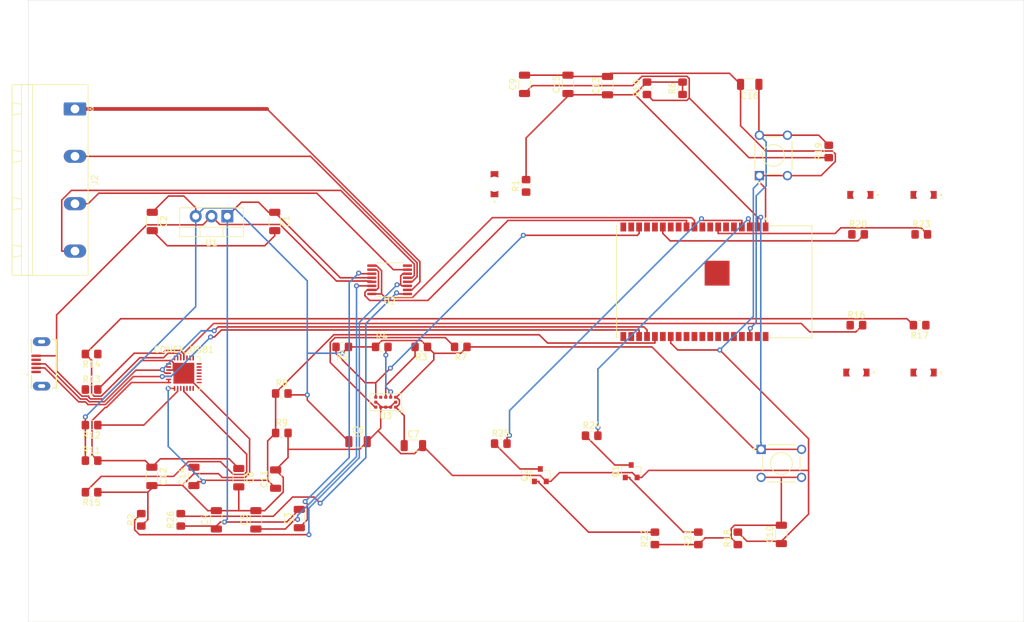
<source format=kicad_pcb>
(kicad_pcb (version 20171130) (host pcbnew "(5.1.9)-1")
  (layers (0 F.Cu signal) (31 B.Cu signal) (34 B.Paste user) (35 F.Paste user) (36 B.SilkS user) (37 F.SilkS user) (38 B.Mask user) (39 F.Mask user) (44 Edge.Cuts user))
  (net 0 "")
  (net 1 "Net-(C1-Pad2)")
  (net 2 +5V)
  (net 3 +3V3)
  (net 4 "Net-(C3-Pad1)")
  (net 5 GND)
  (net 6 "Net-(C5-Pad1)")
  (net 7 /Comunicacion/REGIN)
  (net 8 /Comunicacion/EN)
  (net 9 "Net-(C10-Pad2)")
  (net 10 /Comunicacion/VBUS_TX)
  (net 11 /Comunicacion/ESP_RST)
  (net 12 "Net-(CONEX_USB1-Pad28)")
  (net 13 "Net-(CONEX_USB1-Pad27)")
  (net 14 /Comunicacion/TXD)
  (net 15 /Comunicacion/RXD)
  (net 16 "Net-(CONEX_USB1-Pad24)")
  (net 17 "Net-(CONEX_USB1-Pad23)")
  (net 18 "Net-(CONEX_USB1-Pad22)")
  (net 19 "Net-(CONEX_USB1-Pad21)")
  (net 20 "Net-(CONEX_USB1-Pad20)")
  (net 21 "Net-(CONEX_USB1-Pad19)")
  (net 22 "Net-(CONEX_USB1-Pad18)")
  (net 23 "Net-(CONEX_USB1-Pad17)")
  (net 24 "Net-(CONEX_USB1-Pad16)")
  (net 25 "Net-(CONEX_USB1-Pad15)")
  (net 26 "Net-(CONEX_USB1-Pad14)")
  (net 27 "Net-(CONEX_USB1-Pad13)")
  (net 28 "Net-(CONEX_USB1-Pad12)")
  (net 29 "Net-(CONEX_USB1-Pad11)")
  (net 30 "Net-(CONEX_USB1-Pad10)")
  (net 31 "Net-(CONEX_USB1-Pad9)")
  (net 32 /Comunicacion/D-_USB)
  (net 33 /Comunicacion/D+_USB)
  (net 34 "Net-(CONEX_USB1-Pad2)")
  (net 35 "Net-(CONEX_USB1-Pad1)")
  (net 36 "Net-(D1-Pad2)")
  (net 37 "Net-(D2-Pad1)")
  (net 38 "Net-(D3-Pad1)")
  (net 39 "Net-(D4-Pad2)")
  (net 40 "Net-(D5-Pad2)")
  (net 41 /VCC/ID_RX)
  (net 42 /VCC/VBUS_TX)
  (net 43 /VCC/MTR4)
  (net 44 /VCC/MTR3)
  (net 45 /VCC/MTR2)
  (net 46 /VCC/MTR1)
  (net 47 "Net-(Q1-Pad3)")
  (net 48 "Net-(Q1-Pad1)")
  (net 49 "Net-(Q2-Pad3)")
  (net 50 "Net-(Q2-Pad1)")
  (net 51 "Net-(R2-Pad2)")
  (net 52 /VCC/SDA)
  (net 53 /VCC/SCL)
  (net 54 /Comunicacion/GPIO1)
  (net 55 /VCC/XSHUT)
  (net 56 /Comunicacion/RXDO)
  (net 57 /Comunicacion/TXDO)
  (net 58 /Comunicacion/CONTROL)
  (net 59 /Comunicacion/IO4)
  (net 60 /Comunicacion/IO0)
  (net 61 /Comunicacion/IO1)
  (net 62 "Net-(R26-Pad2)")
  (net 63 /Comunicacion/IN1)
  (net 64 /Comunicacion/IN2)
  (net 65 "Net-(U2-Pad8)")
  (net 66 "Net-(U3-Pad8)")
  (net 67 "Net-(U4-Pad15)")
  (net 68 "Net-(U4-Pad16)")
  (net 69 /Comunicacion/SDA)
  (net 70 /Comunicacion/SCL)
  (net 71 /Comunicacion/XSHUTD)
  (net 72 "Net-(U4-Pad21)")
  (net 73 "Net-(U4-Pad5)")
  (net 74 "Net-(U4-Pad6)")
  (net 75 "Net-(U4-Pad8)")
  (net 76 "Net-(U4-Pad9)")
  (net 77 "Net-(U4-Pad12)")
  (net 78 "Net-(U4-Pad13)")
  (net 79 /Comunicacion/USB_Rx)
  (net 80 /Comunicacion/USB_Tx)
  (net 81 "Net-(U4-Pad35)")
  (net 82 "Net-(U4-Pad34)")
  (net 83 "Net-(U4-Pad33)")
  (net 84 "Net-(U4-Pad32)")
  (net 85 "Net-(U4-Pad31)")
  (net 86 "Net-(U4-Pad30)")
  (net 87 "Net-(U4-Pad29)")
  (net 88 "Net-(U4-Pad28)")
  (net 89 "Net-(U4-Pad27)")
  (net 90 /Comunicacion/ID_RX)
  (net 91 "Net-(U4-Pad39)")
  (module Sensor_Distance:ST_VL53L1x (layer F.Cu) (at 159.94 117.16 180)
    (fp_text reference U3 (at 0 -2.2) (layer F.SilkS))
    (fp_text value VL53L1CXV0FY1)
    (pad 1 smd roundrect (at -1.74 -0.675 180) (size 0.38 0.25) (layers F.Cu F.Paste F.Mask) (net 3 +3V3))
    (pad 11 smd roundrect (at -1.6 0.8 180) (size 0.5 0.5) (layers F.Cu F.Paste F.Mask) (net 3 +3V3))
    (pad 10 smd roundrect (at -0.8 0.8 180) (size 0.5 0.5) (layers F.Cu F.Paste F.Mask) (net 53 /VCC/SCL))
    (pad 9 smd roundrect (at 0 0.8 180) (size 0.5 0.5) (layers F.Cu F.Paste F.Mask) (net 52 /VCC/SDA))
    (pad 8 smd roundrect (at 0.8 0.8 180) (size 0.5 0.5) (layers F.Cu F.Paste F.Mask) (net 66 "Net-(U3-Pad8)"))
    (pad 12 smd roundrect (at -1.6 0 180) (size 0.5 0.5) (layers F.Cu F.Paste F.Mask) (net 5 GND))
    (pad 7 smd roundrect (at 1.6 0.8 180) (size 0.5 0.5) (layers F.Cu F.Paste F.Mask) (net 54 /Comunicacion/GPIO1))
    (pad 6 smd roundrect (at 1.6 0 180) (size 0.5 0.5) (layers F.Cu F.Paste F.Mask) (net 5 GND))
    (pad 5 smd roundrect (at 1.6 -0.8 180) (size 0.5 0.5) (layers F.Cu F.Paste F.Mask) (net 55 /VCC/XSHUT))
    (pad 4 smd roundrect (at 0.8 -0.8 180) (size 0.5 0.5) (layers F.Cu F.Paste F.Mask) (net 5 GND))
    (pad 3 smd roundrect (at 0 -0.8 180) (size 0.5 0.5) (layers F.Cu F.Paste F.Mask) (net 5 GND))
    (pad 2 smd roundrect (at -0.8 -0.8 180) (size 0.5 0.5) (layers F.Cu F.Paste F.Mask) (net 5 GND))
    (pad 1 smd roundrect (at -1.6 -0.8 180) (size 0.5 0.5) (layers F.Cu F.Paste F.Mask) (net 3 +3V3))
  )
  (module Package_SO:TSSOP-16_4.4x5mm_P0.65mm (layer F.Cu) (at 160.575 97.475 180)
    (fp_text reference U2 (at 0 -3.45) (layer F.SilkS))
    (fp_text value DRV8833PW)
    (pad 16 smd roundrect (at 2.8625 -2.275 180) (size 1.475 0.4) (layers F.Cu F.Paste F.Mask) (net 63 /Comunicacion/IN1))
    (pad 15 smd roundrect (at 2.8625 -1.625 180) (size 1.475 0.4) (layers F.Cu F.Paste F.Mask) (net 64 /Comunicacion/IN2))
    (pad 14 smd roundrect (at 2.8625 -0.975 180) (size 1.475 0.4) (layers F.Cu F.Paste F.Mask) (net 6 "Net-(C5-Pad1)"))
    (pad 13 smd roundrect (at 2.8625 -0.325 180) (size 1.475 0.4) (layers F.Cu F.Paste F.Mask) (net 5 GND))
    (pad 12 smd roundrect (at 2.8625 0.325 180) (size 1.475 0.4) (layers F.Cu F.Paste F.Mask) (net 2 +5V))
    (pad 11 smd roundrect (at 2.8625 0.975 180) (size 1.475 0.4) (layers F.Cu F.Paste F.Mask) (net 4 "Net-(C3-Pad1)"))
    (pad 10 smd roundrect (at 2.8625 1.625 180) (size 1.475 0.4) (layers F.Cu F.Paste F.Mask) (net 64 /Comunicacion/IN2))
    (pad 9 smd roundrect (at 2.8625 2.275 180) (size 1.475 0.4) (layers F.Cu F.Paste F.Mask) (net 63 /Comunicacion/IN1))
    (pad 8 smd roundrect (at -2.8625 2.275 180) (size 1.475 0.4) (layers F.Cu F.Paste F.Mask) (net 65 "Net-(U2-Pad8)"))
    (pad 7 smd roundrect (at -2.8625 1.625 180) (size 1.475 0.4) (layers F.Cu F.Paste F.Mask) (net 44 /VCC/MTR3))
    (pad 6 smd roundrect (at -2.8625 0.975 180) (size 1.475 0.4) (layers F.Cu F.Paste F.Mask) (net 51 "Net-(R2-Pad2)"))
    (pad 5 smd roundrect (at -2.8625 0.325 180) (size 1.475 0.4) (layers F.Cu F.Paste F.Mask) (net 43 /VCC/MTR4))
    (pad 4 smd roundrect (at -2.8625 -0.325 180) (size 1.475 0.4) (layers F.Cu F.Paste F.Mask) (net 45 /VCC/MTR2))
    (pad 3 smd roundrect (at -2.8625 -0.975 180) (size 1.475 0.4) (layers F.Cu F.Paste F.Mask) (net 51 "Net-(R2-Pad2)"))
    (pad 2 smd roundrect (at -2.8625 -1.625 180) (size 1.475 0.4) (layers F.Cu F.Paste F.Mask) (net 46 /VCC/MTR1))
    (pad 1 smd roundrect (at -2.8625 -2.275 180) (size 1.475 0.4) (layers F.Cu F.Paste F.Mask) (net 62 "Net-(R26-Pad2)"))
  )
  (module Package_TO_SOT_THT:TO-220-3_Vertical (layer F.Cu) (at 134.485 87.255 180)
    (fp_text reference U1 (at 2.54 -4.27) (layer F.SilkS))
    (fp_text value LM7812_TO220)
    (pad 3 thru_hole oval (at 5.08 0 180) (size 1.905 2) (drill 1.1) (layers *.Cu *.Mask) (net 3 +3V3))
    (pad 2 thru_hole oval (at 2.54 0 180) (size 1.905 2) (drill 1.1) (layers *.Cu *.Mask) (net 5 GND))
    (pad 1 thru_hole rect (at 0 0 180) (size 1.905 2) (drill 1.1) (layers *.Cu *.Mask) (net 2 +5V))
  )
  (module Resistor_SMD:R_0805_2012Metric_Pad1.20x1.40mm_HandSolder (layer F.Cu) (at 127.005 136.085 90)
    (fp_text reference R26 (at 0 -1.65 90) (layer F.SilkS))
    (fp_text value 47K)
    (pad 2 smd roundrect (at 1 0 90) (size 1.2 1.4) (layers F.Cu F.Paste F.Mask) (roundrect_rratio 0.208333) (net 62 "Net-(R26-Pad2)"))
    (pad 1 smd roundrect (at -1 0 90) (size 1.2 1.4) (layers F.Cu F.Paste F.Mask) (roundrect_rratio 0.208333) (net 2 +5V))
  )
  (module Resistor_SMD:R_0805_2012Metric_Pad1.20x1.40mm_HandSolder (layer F.Cu) (at 178.435 123.825)
    (fp_text reference R25 (at 0 -1.65) (layer F.SilkS))
    (fp_text value R)
    (pad 2 smd roundrect (at 1 0) (size 1.2 1.4) (layers F.Cu F.Paste F.Mask) (roundrect_rratio 0.208333) (net 61 /Comunicacion/IO1))
    (pad 1 smd roundrect (at -1 0) (size 1.2 1.4) (layers F.Cu F.Paste F.Mask) (roundrect_rratio 0.208333) (net 49 "Net-(Q2-Pad3)"))
  )
  (module Resistor_SMD:R_0805_2012Metric_Pad1.20x1.40mm_HandSolder (layer F.Cu) (at 193.04 122.555)
    (fp_text reference R24 (at 0 -1.65) (layer F.SilkS))
    (fp_text value R)
    (pad 2 smd roundrect (at 1 0) (size 1.2 1.4) (layers F.Cu F.Paste F.Mask) (roundrect_rratio 0.208333) (net 60 /Comunicacion/IO0))
    (pad 1 smd roundrect (at -1 0) (size 1.2 1.4) (layers F.Cu F.Paste F.Mask) (roundrect_rratio 0.208333) (net 47 "Net-(Q1-Pad3)"))
  )
  (module Resistor_SMD:R_0805_2012Metric_Pad1.20x1.40mm_HandSolder (layer F.Cu) (at 246.015 90.17)
    (fp_text reference R23 (at 0 -1.65) (layer F.SilkS))
    (fp_text value 330)
    (pad 2 smd roundrect (at 1 0) (size 1.2 1.4) (layers F.Cu F.Paste F.Mask) (roundrect_rratio 0.208333) (net 59 /Comunicacion/IO4))
    (pad 1 smd roundrect (at -1 0) (size 1.2 1.4) (layers F.Cu F.Paste F.Mask) (roundrect_rratio 0.208333) (net 40 "Net-(D5-Pad2)"))
  )
  (module Resistor_SMD:R_0805_2012Metric_Pad1.20x1.40mm_HandSolder (layer F.Cu) (at 203.2 139.065 90)
    (fp_text reference R22 (at 0 -1.65 90) (layer F.SilkS))
    (fp_text value 1K)
    (pad 2 smd roundrect (at 1 0 90) (size 1.2 1.4) (layers F.Cu F.Paste F.Mask) (roundrect_rratio 0.208333) (net 50 "Net-(Q2-Pad1)"))
    (pad 1 smd roundrect (at -1 0 90) (size 1.2 1.4) (layers F.Cu F.Paste F.Mask) (roundrect_rratio 0.208333) (net 9 "Net-(C10-Pad2)"))
  )
  (module Resistor_SMD:R_0805_2012Metric_Pad1.20x1.40mm_HandSolder (layer F.Cu) (at 210.185 139.065 90)
    (fp_text reference R21 (at 0 -1.65 90) (layer F.SilkS))
    (fp_text value 1K)
    (pad 2 smd roundrect (at 1 0 90) (size 1.2 1.4) (layers F.Cu F.Paste F.Mask) (roundrect_rratio 0.208333) (net 48 "Net-(Q1-Pad1)"))
    (pad 1 smd roundrect (at -1 0 90) (size 1.2 1.4) (layers F.Cu F.Paste F.Mask) (roundrect_rratio 0.208333) (net 9 "Net-(C10-Pad2)"))
  )
  (module Resistor_SMD:R_0805_2012Metric_Pad1.20x1.40mm_HandSolder (layer F.Cu) (at 235.855 90.17)
    (fp_text reference R20 (at 0 -1.65) (layer F.SilkS))
    (fp_text value 330)
    (pad 2 smd roundrect (at 1 0) (size 1.2 1.4) (layers F.Cu F.Paste F.Mask) (roundrect_rratio 0.208333) (net 58 /Comunicacion/CONTROL))
    (pad 1 smd roundrect (at -1 0) (size 1.2 1.4) (layers F.Cu F.Paste F.Mask) (roundrect_rratio 0.208333) (net 39 "Net-(D4-Pad2)"))
  )
  (module Resistor_SMD:R_0805_2012Metric_Pad1.20x1.40mm_HandSolder (layer F.Cu) (at 231.14 76.835 90)
    (fp_text reference R19 (at 0 -1.65 90) (layer F.SilkS))
    (fp_text value 1K)
    (pad 2 smd roundrect (at 1 0 90) (size 1.2 1.4) (layers F.Cu F.Paste F.Mask) (roundrect_rratio 0.208333) (net 11 /Comunicacion/ESP_RST))
    (pad 1 smd roundrect (at -1 0 90) (size 1.2 1.4) (layers F.Cu F.Paste F.Mask) (roundrect_rratio 0.208333) (net 8 /Comunicacion/EN))
  )
  (module Resistor_SMD:R_0805_2012Metric_Pad1.20x1.40mm_HandSolder (layer F.Cu) (at 216.535 139.065 90)
    (fp_text reference R18 (at 0 -1.65 90) (layer F.SilkS))
    (fp_text value 10K)
    (pad 2 smd roundrect (at 1 0 90) (size 1.2 1.4) (layers F.Cu F.Paste F.Mask) (roundrect_rratio 0.208333) (net 5 GND))
    (pad 1 smd roundrect (at -1 0 90) (size 1.2 1.4) (layers F.Cu F.Paste F.Mask) (roundrect_rratio 0.208333) (net 9 "Net-(C10-Pad2)"))
  )
  (module Resistor_SMD:R_0805_2012Metric_Pad1.20x1.40mm_HandSolder (layer F.Cu) (at 245.745 104.775 180)
    (fp_text reference R17 (at 0 -1.65) (layer F.SilkS))
    (fp_text value 2K)
    (pad 2 smd roundrect (at 1 0 180) (size 1.2 1.4) (layers F.Cu F.Paste F.Mask) (roundrect_rratio 0.208333) (net 14 /Comunicacion/TXD))
    (pad 1 smd roundrect (at -1 0 180) (size 1.2 1.4) (layers F.Cu F.Paste F.Mask) (roundrect_rratio 0.208333) (net 38 "Net-(D3-Pad1)"))
  )
  (module Resistor_SMD:R_0805_2012Metric_Pad1.20x1.40mm_HandSolder (layer F.Cu) (at 235.585 104.775)
    (fp_text reference R16 (at 0 -1.65) (layer F.SilkS))
    (fp_text value 2K)
    (pad 2 smd roundrect (at 1 0) (size 1.2 1.4) (layers F.Cu F.Paste F.Mask) (roundrect_rratio 0.208333) (net 15 /Comunicacion/RXD))
    (pad 1 smd roundrect (at -1 0) (size 1.2 1.4) (layers F.Cu F.Paste F.Mask) (roundrect_rratio 0.208333) (net 37 "Net-(D2-Pad1)"))
  )
  (module Resistor_SMD:R_0805_2012Metric_Pad1.20x1.40mm_HandSolder (layer F.Cu) (at 112.67 131.64 180)
    (fp_text reference R15 (at 0 -1.65) (layer F.SilkS))
    (fp_text value 10k)
    (pad 2 smd roundrect (at 1 0 180) (size 1.2 1.4) (layers F.Cu F.Paste F.Mask) (roundrect_rratio 0.208333) (net 29 "Net-(CONEX_USB1-Pad11)"))
    (pad 1 smd roundrect (at -1 0 180) (size 1.2 1.4) (layers F.Cu F.Paste F.Mask) (roundrect_rratio 0.208333) (net 5 GND))
  )
  (module Resistor_SMD:R_0805_2012Metric_Pad1.20x1.40mm_HandSolder (layer F.Cu) (at 112.67 109.415 180)
    (fp_text reference R14 (at 0 -1.65) (layer F.SilkS))
    (fp_text value 10k)
    (pad 2 smd roundrect (at 1 0 180) (size 1.2 1.4) (layers F.Cu F.Paste F.Mask) (roundrect_rratio 0.208333) (net 14 /Comunicacion/TXD))
    (pad 1 smd roundrect (at -1 0 180) (size 1.2 1.4) (layers F.Cu F.Paste F.Mask) (roundrect_rratio 0.208333) (net 57 /Comunicacion/TXDO))
  )
  (module Resistor_SMD:R_0805_2012Metric_Pad1.20x1.40mm_HandSolder (layer F.Cu) (at 112.67 115.13)
    (fp_text reference R13 (at 0 -1.65) (layer F.SilkS))
    (fp_text value 10k)
    (pad 2 smd roundrect (at 1 0) (size 1.2 1.4) (layers F.Cu F.Paste F.Mask) (roundrect_rratio 0.208333) (net 15 /Comunicacion/RXD))
    (pad 1 smd roundrect (at -1 0) (size 1.2 1.4) (layers F.Cu F.Paste F.Mask) (roundrect_rratio 0.208333) (net 56 /Comunicacion/RXDO))
  )
  (module Resistor_SMD:R_0805_2012Metric_Pad1.20x1.40mm_HandSolder (layer F.Cu) (at 112.67 120.845 180)
    (fp_text reference R12 (at 0 -1.65) (layer F.SilkS))
    (fp_text value 2K)
    (pad 2 smd roundrect (at 1 0 180) (size 1.2 1.4) (layers F.Cu F.Paste F.Mask) (roundrect_rratio 0.208333) (net 3 +3V3))
    (pad 1 smd roundrect (at -1 0 180) (size 1.2 1.4) (layers F.Cu F.Paste F.Mask) (roundrect_rratio 0.208333) (net 31 "Net-(CONEX_USB1-Pad9)"))
  )
  (module Resistor_SMD:R_0805_2012Metric_Pad1.20x1.40mm_HandSolder (layer F.Cu) (at 112.67 126.56)
    (fp_text reference R11 (at 0 -1.65) (layer F.SilkS))
    (fp_text value 5)
    (pad 2 smd roundrect (at 1 0) (size 1.2 1.4) (layers F.Cu F.Paste F.Mask) (roundrect_rratio 0.208333) (net 7 /Comunicacion/REGIN))
    (pad 1 smd roundrect (at -1 0) (size 1.2 1.4) (layers F.Cu F.Paste F.Mask) (roundrect_rratio 0.208333) (net 3 +3V3))
  )
  (module Resistor_SMD:R_0805_2012Metric_Pad1.20x1.40mm_HandSolder (layer F.Cu) (at 201.93 66.675 90)
    (fp_text reference R10 (at 0 -1.65 90) (layer F.SilkS))
    (fp_text value 10K)
    (pad 2 smd roundrect (at 1 0 90) (size 1.2 1.4) (layers F.Cu F.Paste F.Mask) (roundrect_rratio 0.208333) (net 3 +3V3))
    (pad 1 smd roundrect (at -1 0 90) (size 1.2 1.4) (layers F.Cu F.Paste F.Mask) (roundrect_rratio 0.208333) (net 8 /Comunicacion/EN))
  )
  (module Resistor_SMD:R_0805_2012Metric_Pad1.20x1.40mm_HandSolder (layer F.Cu) (at 143.245 122.115)
    (fp_text reference R9 (at 0 -1.65) (layer F.SilkS))
    (fp_text value 47.5K)
    (pad 2 smd roundrect (at 1 0) (size 1.2 1.4) (layers F.Cu F.Paste F.Mask) (roundrect_rratio 0.208333) (net 5 GND))
    (pad 1 smd roundrect (at -1 0) (size 1.2 1.4) (layers F.Cu F.Paste F.Mask) (roundrect_rratio 0.208333) (net 10 /Comunicacion/VBUS_TX))
  )
  (module Resistor_SMD:R_0805_2012Metric_Pad1.20x1.40mm_HandSolder (layer F.Cu) (at 143.245 115.765)
    (fp_text reference R8 (at 0 -1.65) (layer F.SilkS))
    (fp_text value 22.1K)
    (pad 2 smd roundrect (at 1 0) (size 1.2 1.4) (layers F.Cu F.Paste F.Mask) (roundrect_rratio 0.208333) (net 3 +3V3))
    (pad 1 smd roundrect (at -1 0) (size 1.2 1.4) (layers F.Cu F.Paste F.Mask) (roundrect_rratio 0.208333) (net 10 /Comunicacion/VBUS_TX))
  )
  (module Resistor_SMD:R_0805_2012Metric_Pad1.20x1.40mm_HandSolder (layer F.Cu) (at 172.005 108.27 180)
    (fp_text reference R7 (at 0 -1.65) (layer F.SilkS))
    (fp_text value 47K)
    (pad 2 smd roundrect (at 1 0 180) (size 1.2 1.4) (layers F.Cu F.Paste F.Mask) (roundrect_rratio 0.208333) (net 55 /VCC/XSHUT))
    (pad 1 smd roundrect (at -1 0 180) (size 1.2 1.4) (layers F.Cu F.Paste F.Mask) (roundrect_rratio 0.208333) (net 3 +3V3))
  )
  (module Resistor_SMD:R_0805_2012Metric_Pad1.20x1.40mm_HandSolder (layer F.Cu) (at 207.645 66.675 90)
    (fp_text reference R6 (at 0 -1.65 90) (layer F.SilkS))
    (fp_text value 10K)
    (pad 2 smd roundrect (at 1 0 90) (size 1.2 1.4) (layers F.Cu F.Paste F.Mask) (roundrect_rratio 0.208333) (net 3 +3V3))
    (pad 1 smd roundrect (at -1 0 90) (size 1.2 1.4) (layers F.Cu F.Paste F.Mask) (roundrect_rratio 0.208333) (net 3 +3V3))
  )
  (module Resistor_SMD:R_0805_2012Metric_Pad1.20x1.40mm_HandSolder (layer F.Cu) (at 152.955 108.27 180)
    (fp_text reference R5 (at 0 -1.65) (layer F.SilkS))
    (fp_text value 47K)
    (pad 2 smd roundrect (at 1 0 180) (size 1.2 1.4) (layers F.Cu F.Paste F.Mask) (roundrect_rratio 0.208333) (net 54 /Comunicacion/GPIO1))
    (pad 1 smd roundrect (at -1 0 180) (size 1.2 1.4) (layers F.Cu F.Paste F.Mask) (roundrect_rratio 0.208333) (net 3 +3V3))
  )
  (module Resistor_SMD:R_0805_2012Metric_Pad1.20x1.40mm_HandSolder (layer F.Cu) (at 159.305 108.27)
    (fp_text reference R4 (at 0 -1.65) (layer F.SilkS))
    (fp_text value 10K)
    (pad 2 smd roundrect (at 1 0) (size 1.2 1.4) (layers F.Cu F.Paste F.Mask) (roundrect_rratio 0.208333) (net 53 /VCC/SCL))
    (pad 1 smd roundrect (at -1 0) (size 1.2 1.4) (layers F.Cu F.Paste F.Mask) (roundrect_rratio 0.208333) (net 3 +3V3))
  )
  (module Resistor_SMD:R_0805_2012Metric_Pad1.20x1.40mm_HandSolder (layer F.Cu) (at 165.655 108.27 180)
    (fp_text reference R3 (at 0 -1.65) (layer F.SilkS))
    (fp_text value 10K)
    (pad 2 smd roundrect (at 1 0 180) (size 1.2 1.4) (layers F.Cu F.Paste F.Mask) (roundrect_rratio 0.208333) (net 52 /VCC/SDA))
    (pad 1 smd roundrect (at -1 0 180) (size 1.2 1.4) (layers F.Cu F.Paste F.Mask) (roundrect_rratio 0.208333) (net 3 +3V3))
  )
  (module Resistor_SMD:R_0805_2012Metric_Pad1.20x1.40mm_HandSolder (layer F.Cu) (at 120.655 136.085 90)
    (fp_text reference R2 (at 0 -1.65 90) (layer F.SilkS))
    (fp_text value 200m)
    (pad 2 smd roundrect (at 1 0 90) (size 1.2 1.4) (layers F.Cu F.Paste F.Mask) (roundrect_rratio 0.208333) (net 51 "Net-(R2-Pad2)"))
    (pad 1 smd roundrect (at -1 0 90) (size 1.2 1.4) (layers F.Cu F.Paste F.Mask) (roundrect_rratio 0.208333) (net 5 GND))
  )
  (module Resistor_SMD:R_0805_2012Metric_Pad1.20x1.40mm_HandSolder (layer F.Cu) (at 182.5 82.37 90)
    (fp_text reference R1 (at 0 -1.65 90) (layer F.SilkS))
    (fp_text value 330)
    (pad 2 smd roundrect (at 1 0 90) (size 1.2 1.4) (layers F.Cu F.Paste F.Mask) (roundrect_rratio 0.208333) (net 3 +3V3))
    (pad 1 smd roundrect (at -1 0 90) (size 1.2 1.4) (layers F.Cu F.Paste F.Mask) (roundrect_rratio 0.208333) (net 36 "Net-(D1-Pad2)"))
  )
  (module Package_TO_SOT_SMD:SOT-23 (layer F.Cu) (at 184.785 128.905 90)
    (fp_text reference Q2 (at 0 -2.5 90) (layer F.SilkS))
    (fp_text value BSS138)
    (pad 3 smd rect (at 1 0 90) (size 0.9 0.8) (layers F.Cu F.Paste F.Mask) (net 49 "Net-(Q2-Pad3)"))
    (pad 2 smd rect (at -1 0.95 90) (size 0.9 0.8) (layers F.Cu F.Paste F.Mask) (net 5 GND))
    (pad 1 smd rect (at -1 -0.95 90) (size 0.9 0.8) (layers F.Cu F.Paste F.Mask) (net 50 "Net-(Q2-Pad1)"))
  )
  (module Package_TO_SOT_SMD:SOT-23 (layer F.Cu) (at 199.39 128.27 90)
    (fp_text reference Q1 (at 0 -2.5 90) (layer F.SilkS))
    (fp_text value BSS138)
    (pad 3 smd rect (at 1 0 90) (size 0.9 0.8) (layers F.Cu F.Paste F.Mask) (net 47 "Net-(Q1-Pad3)"))
    (pad 2 smd rect (at -1 0.95 90) (size 0.9 0.8) (layers F.Cu F.Paste F.Mask) (net 5 GND))
    (pad 1 smd rect (at -1 -0.95 90) (size 0.9 0.8) (layers F.Cu F.Paste F.Mask) (net 48 "Net-(Q1-Pad1)"))
  )
  (module "Conector USB tipo C:GCT_USB3140-30-0230-1-C_REVE1" (layer F.Cu) (at 105 111 90)
    (fp_text reference J1 (at -1.325 -3.635 90) (layer F.SilkS) (effects (font (thickness 0.015))))
    (fp_text value USB_B_Micro)
    (pad S2 thru_hole oval (at 3.575 -0.36 90) (size 1.4 2.8) (drill oval 0.6 1.15) (layers *.Cu))
    (pad S1 thru_hole oval (at -3.575 -0.36 90) (size 1.4 2.8) (drill oval 0.6 1.15) (layers *.Cu))
    (pad 5 smd rect (at 1.3 -1.25 90) (size 0.4 1.5) (layers F.Cu F.Paste F.Mask) (net 5 GND))
    (pad 4 smd rect (at 0.65 -1.25 90) (size 0.4 1.5) (layers F.Cu F.Paste F.Mask) (net 41 /VCC/ID_RX))
    (pad 3 smd rect (at 0 -1.25 90) (size 0.4 1.5) (layers F.Cu F.Paste F.Mask) (net 33 /Comunicacion/D+_USB))
    (pad 2 smd rect (at -0.65 -1.25 90) (size 0.4 1.5) (layers F.Cu F.Paste F.Mask) (net 32 /Comunicacion/D-_USB))
    (pad 1 smd rect (at -1.3 -1.25 90) (size 0.4 1.5) (layers F.Cu F.Paste F.Mask) (net 42 /VCC/VBUS_TX))
  )
  (module Package_DFN_QFN:QFN-28-1EP_5x5mm_P0.5mm_EP3.35x3.35mm (layer F.Cu) (at 127.5 112.5)
    (fp_text reference CONEX_USB1 (at 0 -3.8) (layer F.SilkS))
    (fp_text value CP2102N-A01-GQFN28)
    (pad 29 smd rect (at 0 0) (size 3.35 3.35) (layers F.Cu F.Mask) (net 5 GND))
    (pad 28 smd roundrect (at -1.5 -2.45) (size 0.25 0.8) (layers F.Cu F.Paste F.Mask) (net 12 "Net-(CONEX_USB1-Pad28)"))
    (pad 27 smd roundrect (at -1 -2.45) (size 0.25 0.8) (layers F.Cu F.Paste F.Mask) (net 13 "Net-(CONEX_USB1-Pad27)"))
    (pad 26 smd roundrect (at -0.5 -2.45) (size 0.25 0.8) (layers F.Cu F.Paste F.Mask) (net 14 /Comunicacion/TXD))
    (pad 25 smd roundrect (at 0 -2.45) (size 0.25 0.8) (layers F.Cu F.Paste F.Mask) (net 15 /Comunicacion/RXD))
    (pad 24 smd roundrect (at 0.5 -2.45) (size 0.25 0.8) (layers F.Cu F.Paste F.Mask) (net 16 "Net-(CONEX_USB1-Pad24)"))
    (pad 23 smd roundrect (at 1 -2.45) (size 0.25 0.8) (layers F.Cu F.Paste F.Mask) (net 17 "Net-(CONEX_USB1-Pad23)"))
    (pad 22 smd roundrect (at 1.5 -2.45) (size 0.25 0.8) (layers F.Cu F.Paste F.Mask) (net 18 "Net-(CONEX_USB1-Pad22)"))
    (pad 21 smd roundrect (at 2.45 -1.5) (size 0.8 0.25) (layers F.Cu F.Paste F.Mask) (net 19 "Net-(CONEX_USB1-Pad21)"))
    (pad 20 smd roundrect (at 2.45 -1) (size 0.8 0.25) (layers F.Cu F.Paste F.Mask) (net 20 "Net-(CONEX_USB1-Pad20)"))
    (pad 19 smd roundrect (at 2.45 -0.5) (size 0.8 0.25) (layers F.Cu F.Paste F.Mask) (net 21 "Net-(CONEX_USB1-Pad19)"))
    (pad 18 smd roundrect (at 2.45 0) (size 0.8 0.25) (layers F.Cu F.Paste F.Mask) (net 22 "Net-(CONEX_USB1-Pad18)"))
    (pad 17 smd roundrect (at 2.45 0.5) (size 0.8 0.25) (layers F.Cu F.Paste F.Mask) (net 23 "Net-(CONEX_USB1-Pad17)"))
    (pad 16 smd roundrect (at 2.45 1) (size 0.8 0.25) (layers F.Cu F.Paste F.Mask) (net 24 "Net-(CONEX_USB1-Pad16)"))
    (pad 15 smd roundrect (at 2.45 1.5) (size 0.8 0.25) (layers F.Cu F.Paste F.Mask) (net 25 "Net-(CONEX_USB1-Pad15)"))
    (pad 14 smd roundrect (at 1.5 2.45) (size 0.25 0.8) (layers F.Cu F.Paste F.Mask) (net 26 "Net-(CONEX_USB1-Pad14)"))
    (pad 13 smd roundrect (at 1 2.45) (size 0.25 0.8) (layers F.Cu F.Paste F.Mask) (net 27 "Net-(CONEX_USB1-Pad13)"))
    (pad 12 smd roundrect (at 0.5 2.45) (size 0.25 0.8) (layers F.Cu F.Paste F.Mask) (net 28 "Net-(CONEX_USB1-Pad12)"))
    (pad 11 smd roundrect (at 0 2.45) (size 0.25 0.8) (layers F.Cu F.Paste F.Mask) (net 29 "Net-(CONEX_USB1-Pad11)"))
    (pad 10 smd roundrect (at -0.5 2.45) (size 0.25 0.8) (layers F.Cu F.Paste F.Mask) (net 30 "Net-(CONEX_USB1-Pad10)"))
    (pad 9 smd roundrect (at -1 2.45) (size 0.25 0.8) (layers F.Cu F.Paste F.Mask) (net 31 "Net-(CONEX_USB1-Pad9)"))
    (pad 8 smd roundrect (at -1.5 2.45) (size 0.25 0.8) (layers F.Cu F.Paste F.Mask) (net 10 /Comunicacion/VBUS_TX))
    (pad 7 smd roundrect (at -2.45 1.5) (size 0.8 0.25) (layers F.Cu F.Paste F.Mask) (net 7 /Comunicacion/REGIN))
    (pad 6 smd roundrect (at -2.45 1) (size 0.8 0.25) (layers F.Cu F.Paste F.Mask) (net 7 /Comunicacion/REGIN))
    (pad 5 smd roundrect (at -2.45 0.5) (size 0.8 0.25) (layers F.Cu F.Paste F.Mask) (net 32 /Comunicacion/D-_USB))
    (pad 4 smd roundrect (at -2.45 0) (size 0.8 0.25) (layers F.Cu F.Paste F.Mask) (net 33 /Comunicacion/D+_USB))
    (pad 3 smd roundrect (at -2.45 -0.5) (size 0.8 0.25) (layers F.Cu F.Paste F.Mask) (net 5 GND))
    (pad 2 smd roundrect (at -2.45 -1) (size 0.8 0.25) (layers F.Cu F.Paste F.Mask) (net 34 "Net-(CONEX_USB1-Pad2)"))
    (pad 1 smd roundrect (at -2.45 -1.5) (size 0.8 0.25) (layers F.Cu F.Paste F.Mask) (net 35 "Net-(CONEX_USB1-Pad1)"))
  )
  (module Capacitor_SMD:C_1206_3216Metric (layer F.Cu) (at 218.44 66.04 180)
    (fp_text reference C16 (at 0 -1.85) (layer F.SilkS))
    (fp_text value 0.1uF)
    (pad 2 smd roundrect (at 1.475 0 180) (size 1.15 1.8) (layers F.Cu F.Paste F.Mask) (roundrect_rratio 0.217391) (net 5 GND))
    (pad 1 smd roundrect (at -1.475 0 180) (size 1.15 1.8) (layers F.Cu F.Paste F.Mask) (roundrect_rratio 0.217391) (net 11 /Comunicacion/ESP_RST))
  )
  (module Capacitor_SMD:C_1206_3216Metric (layer F.Cu) (at 189.23 66.04 90)
    (fp_text reference C15 (at 0 -1.85 90) (layer F.SilkS))
    (fp_text value 1uF)
    (pad 2 smd roundrect (at 1.475 0 90) (size 1.15 1.8) (layers F.Cu F.Paste F.Mask) (roundrect_rratio 0.217391) (net 5 GND))
    (pad 1 smd roundrect (at -1.475 0 90) (size 1.15 1.8) (layers F.Cu F.Paste F.Mask) (roundrect_rratio 0.217391) (net 3 +3V3))
  )
  (module Capacitor_SMD:C_1206_3216Metric (layer F.Cu) (at 129.115 129.1 90)
    (fp_text reference C14 (at 0 -1.85 90) (layer F.SilkS))
    (fp_text value 0.1uF)
    (pad 2 smd roundrect (at 1.475 0 90) (size 1.15 1.8) (layers F.Cu F.Paste F.Mask) (roundrect_rratio 0.217391) (net 5 GND))
    (pad 1 smd roundrect (at -1.475 0 90) (size 1.15 1.8) (layers F.Cu F.Paste F.Mask) (roundrect_rratio 0.217391) (net 10 /Comunicacion/VBUS_TX))
  )
  (module Capacitor_SMD:C_1206_3216Metric (layer F.Cu) (at 195.58 66.245 90)
    (fp_text reference C13 (at 0 -1.85 90) (layer F.SilkS))
    (fp_text value 100uF)
    (pad 2 smd roundrect (at 1.475 0 90) (size 1.15 1.8) (layers F.Cu F.Paste F.Mask) (roundrect_rratio 0.217391) (net 5 GND))
    (pad 1 smd roundrect (at -1.475 0 90) (size 1.15 1.8) (layers F.Cu F.Paste F.Mask) (roundrect_rratio 0.217391) (net 3 +3V3))
  )
  (module Capacitor_SMD:C_1206_3216Metric (layer F.Cu) (at 122.355 129.1 270)
    (fp_text reference C12 (at 0 -1.85 90) (layer F.SilkS))
    (fp_text value 0.1uF)
    (pad 2 smd roundrect (at 1.475 0 270) (size 1.15 1.8) (layers F.Cu F.Paste F.Mask) (roundrect_rratio 0.217391) (net 5 GND))
    (pad 1 smd roundrect (at -1.475 0 270) (size 1.15 1.8) (layers F.Cu F.Paste F.Mask) (roundrect_rratio 0.217391) (net 7 /Comunicacion/REGIN))
  )
  (module Capacitor_SMD:C_1206_3216Metric (layer F.Cu) (at 142.245 129.53 90)
    (fp_text reference C11 (at 0 -1.85 90) (layer F.SilkS))
    (fp_text value 10uF)
    (pad 2 smd roundrect (at 1.475 0 90) (size 1.15 1.8) (layers F.Cu F.Paste F.Mask) (roundrect_rratio 0.217391) (net 5 GND))
    (pad 1 smd roundrect (at -1.475 0 90) (size 1.15 1.8) (layers F.Cu F.Paste F.Mask) (roundrect_rratio 0.217391) (net 10 /Comunicacion/VBUS_TX))
  )
  (module Capacitor_SMD:C_1206_3216Metric (layer F.Cu) (at 223.52 138.43 90)
    (fp_text reference C10 (at 0 -1.85 90) (layer F.SilkS))
    (fp_text value 0.1uF)
    (pad 2 smd roundrect (at 1.475 0 90) (size 1.15 1.8) (layers F.Cu F.Paste F.Mask) (roundrect_rratio 0.217391) (net 9 "Net-(C10-Pad2)"))
    (pad 1 smd roundrect (at -1.475 0 90) (size 1.15 1.8) (layers F.Cu F.Paste F.Mask) (roundrect_rratio 0.217391) (net 5 GND))
  )
  (module Capacitor_SMD:C_1206_3216Metric (layer F.Cu) (at 182.245 66.04 90)
    (fp_text reference C9 (at 0 -1.85 90) (layer F.SilkS))
    (fp_text value 0.1uF)
    (pad 2 smd roundrect (at 1.475 0 90) (size 1.15 1.8) (layers F.Cu F.Paste F.Mask) (roundrect_rratio 0.217391) (net 5 GND))
    (pad 1 smd roundrect (at -1.475 0 90) (size 1.15 1.8) (layers F.Cu F.Paste F.Mask) (roundrect_rratio 0.217391) (net 8 /Comunicacion/EN))
  )
  (module Capacitor_SMD:C_1206_3216Metric (layer F.Cu) (at 136.325 129.305 270)
    (fp_text reference C8 (at 0 -1.85 90) (layer F.SilkS))
    (fp_text value 10uF)
    (pad 2 smd roundrect (at 1.475 0 270) (size 1.15 1.8) (layers F.Cu F.Paste F.Mask) (roundrect_rratio 0.217391) (net 5 GND))
    (pad 1 smd roundrect (at -1.475 0 270) (size 1.15 1.8) (layers F.Cu F.Paste F.Mask) (roundrect_rratio 0.217391) (net 7 /Comunicacion/REGIN))
  )
  (module Capacitor_SMD:C_1206_3216Metric (layer F.Cu) (at 164.385 124.145)
    (fp_text reference C7 (at 0 -1.85) (layer F.SilkS))
    (fp_text value 4.7uF)
    (pad 2 smd roundrect (at 1.475 0) (size 1.15 1.8) (layers F.Cu F.Paste F.Mask) (roundrect_rratio 0.217391) (net 5 GND))
    (pad 1 smd roundrect (at -1.475 0) (size 1.15 1.8) (layers F.Cu F.Paste F.Mask) (roundrect_rratio 0.217391) (net 3 +3V3))
  )
  (module Capacitor_SMD:C_1206_3216Metric (layer F.Cu) (at 155.495 123.51)
    (fp_text reference C6 (at 0 -1.85) (layer F.SilkS))
    (fp_text value 100uF)
    (pad 2 smd roundrect (at 1.475 0) (size 1.15 1.8) (layers F.Cu F.Paste F.Mask) (roundrect_rratio 0.217391) (net 5 GND))
    (pad 1 smd roundrect (at -1.475 0) (size 1.15 1.8) (layers F.Cu F.Paste F.Mask) (roundrect_rratio 0.217391) (net 3 +3V3))
  )
  (module Capacitor_SMD:C_1206_3216Metric (layer F.Cu) (at 139.07 136.085 90)
    (fp_text reference C5 (at 0 -1.85 90) (layer F.SilkS))
    (fp_text value 2.2uF)
    (pad 2 smd roundrect (at 1.475 0 90) (size 1.15 1.8) (layers F.Cu F.Paste F.Mask) (roundrect_rratio 0.217391) (net 5 GND))
    (pad 1 smd roundrect (at -1.475 0 90) (size 1.15 1.8) (layers F.Cu F.Paste F.Mask) (roundrect_rratio 0.217391) (net 6 "Net-(C5-Pad1)"))
  )
  (module Capacitor_SMD:C_1206_3216Metric (layer F.Cu) (at 132.72 136.085 90)
    (fp_text reference C4 (at 0 -1.85 90) (layer F.SilkS))
    (fp_text value 10uF?)
    (pad 2 smd roundrect (at 1.475 0 90) (size 1.15 1.8) (layers F.Cu F.Paste F.Mask) (roundrect_rratio 0.217391) (net 5 GND))
    (pad 1 smd roundrect (at -1.475 0 90) (size 1.15 1.8) (layers F.Cu F.Paste F.Mask) (roundrect_rratio 0.217391) (net 2 +5V))
  )
  (module Capacitor_SMD:C_1206_3216Metric (layer F.Cu) (at 146.055 135.88 90)
    (fp_text reference C3 (at 0 -1.85 90) (layer F.SilkS))
    (fp_text value 0.01uF)
    (pad 2 smd roundrect (at 1.475 0 90) (size 1.15 1.8) (layers F.Cu F.Paste F.Mask) (roundrect_rratio 0.217391) (net 2 +5V))
    (pad 1 smd roundrect (at -1.475 0 90) (size 1.15 1.8) (layers F.Cu F.Paste F.Mask) (roundrect_rratio 0.217391) (net 4 "Net-(C3-Pad1)"))
  )
  (module Capacitor_SMD:C_1206_3216Metric (layer F.Cu) (at 122.42 88.095 270)
    (fp_text reference C2 (at 0 -1.85 90) (layer F.SilkS))
    (fp_text value 0.1uF)
    (pad 2 smd roundrect (at 1.475 0 270) (size 1.15 1.8) (layers F.Cu F.Paste F.Mask) (roundrect_rratio 0.217391) (net 1 "Net-(C1-Pad2)"))
    (pad 1 smd roundrect (at -1.475 0 270) (size 1.15 1.8) (layers F.Cu F.Paste F.Mask) (roundrect_rratio 0.217391) (net 3 +3V3))
  )
  (module Capacitor_SMD:C_1206_3216Metric (layer F.Cu) (at 142.105 88.095 270)
    (fp_text reference C1 (at 0 -1.85 90) (layer F.SilkS))
    (fp_text value 0.33uF)
    (pad 2 smd roundrect (at 1.475 0 270) (size 1.15 1.8) (layers F.Cu F.Paste F.Mask) (roundrect_rratio 0.217391) (net 1 "Net-(C1-Pad2)"))
    (pad 1 smd roundrect (at -1.475 0 270) (size 1.15 1.8) (layers F.Cu F.Paste F.Mask) (roundrect_rratio 0.217391) (net 2 +5V))
  )
  (module led_smd:LED_SMD_S124A (layer F.Cu) (at 177.42 82.1 90)
    (fp_text reference D1 (at 0.07519 -2.39147 90) (layer F.SilkS) (effects (font (size 1.002709 1.002709) (thickness 0.015))))
    (fp_text value LED)
    (fp_line (start -1.075 0.55) (end -1.025 0.625) (layer F.Cu) (width 0.0001))
    (fp_poly (pts (xy 2.1 0.625) (xy 1.025 0.625) (xy 1.047572 0.587334) (xy 1.068727 0.548854) (xy 1.088435 0.509613) (xy 1.106668 0.469665) (xy 1.123401 0.429067) (xy 1.138612 0.387874) (xy 1.152279 0.346143) (xy 1.164382 0.303932) (xy 1.174906 0.2613) (xy 1.183836 0.218306) (xy 1.191159 0.175009) (xy 1.196866 0.131469) (xy 1.200947 0.087748) (xy 1.203398 0.043904) (xy 1.204216 0) (xy 1.203398 -0.043904) (xy 1.200947 -0.087748) (xy 1.196866 -0.131469) (xy 1.191159 -0.175009) (xy 1.183836 -0.218306) (xy 1.174906 -0.2613) (xy 1.164382 -0.303932) (xy 1.152279 -0.346143) (xy 1.138612 -0.387874) (xy 1.123401 -0.429067) (xy 1.106668 -0.469665) (xy 1.088435 -0.509613) (xy 1.068727 -0.548854) (xy 1.047572 -0.587334) (xy 1.025 -0.625) (xy 2.1 -0.625) (xy 2.1 0.625)) (layer F.Cu) (width 0.01))
    (fp_line (start 1.075 0.55) (end 1.025 0.625) (layer B.Cu) (width 0.0001))
    (fp_poly (pts (xy -2.1 0.625) (xy -1.025 0.625) (xy -1.047572 0.587334) (xy -1.068727 0.548854) (xy -1.088435 0.509613) (xy -1.106668 0.469665) (xy -1.123401 0.429067) (xy -1.138612 0.387874) (xy -1.152279 0.346143) (xy -1.164382 0.303932) (xy -1.174906 0.2613) (xy -1.183836 0.218306) (xy -1.191159 0.175009) (xy -1.196866 0.131469) (xy -1.200947 0.087748) (xy -1.203398 0.043904) (xy -1.204216 0) (xy -1.203398 -0.043904) (xy -1.200947 -0.087748) (xy -1.196866 -0.131469) (xy -1.191159 -0.175009) (xy -1.183836 -0.218306) (xy -1.174906 -0.2613) (xy -1.164382 -0.303932) (xy -1.152279 -0.346143) (xy -1.138612 -0.387874) (xy -1.123401 -0.429067) (xy -1.106668 -0.469665) (xy -1.088435 -0.509613) (xy -1.068727 -0.548854) (xy -1.047572 -0.587334) (xy -1.025 -0.625) (xy -2.1 -0.625) (xy -2.1 0.625)) (layer F.Cu) (width 0.01))
    (fp_circle (center 0 0) (end 1.2 0) (layer Edge.Cuts) (width 0.01))
    (pad A smd rect (at 1.56 0 90) (size 0.381 0.381) (layers F.Cu))
    (pad C smd rect (at -1.56 0 90) (size 0.381 0.381) (layers F.Cu))
    (pad None np_thru_hole circle (at 0 0 90) (size 2.4 2.4) (drill 2.4) (layers *.Cu *.Mask))
  )
  (module led_smd:LED_SMD_S124A (layer F.Cu) (at 235.585 112.395 180)
    (fp_text reference D2 (at 0.07519 -2.39147) (layer F.SilkS) (effects (font (size 1.002709 1.002709) (thickness 0.015))))
    (fp_text value LED)
    (fp_circle (center 0 0) (end 1.2 0) (layer Edge.Cuts) (width 0.01))
    (fp_poly (pts (xy -2.1 0.625) (xy -1.025 0.625) (xy -1.047572 0.587334) (xy -1.068727 0.548854) (xy -1.088435 0.509613) (xy -1.106668 0.469665) (xy -1.123401 0.429067) (xy -1.138612 0.387874) (xy -1.152279 0.346143) (xy -1.164382 0.303932) (xy -1.174906 0.2613) (xy -1.183836 0.218306) (xy -1.191159 0.175009) (xy -1.196866 0.131469) (xy -1.200947 0.087748) (xy -1.203398 0.043904) (xy -1.204216 0) (xy -1.203398 -0.043904) (xy -1.200947 -0.087748) (xy -1.196866 -0.131469) (xy -1.191159 -0.175009) (xy -1.183836 -0.218306) (xy -1.174906 -0.2613) (xy -1.164382 -0.303932) (xy -1.152279 -0.346143) (xy -1.138612 -0.387874) (xy -1.123401 -0.429067) (xy -1.106668 -0.469665) (xy -1.088435 -0.509613) (xy -1.068727 -0.548854) (xy -1.047572 -0.587334) (xy -1.025 -0.625) (xy -2.1 -0.625) (xy -2.1 0.625)) (layer F.Cu) (width 0.01))
    (fp_line (start 1.075 0.55) (end 1.025 0.625) (layer B.Cu) (width 0.0001))
    (fp_poly (pts (xy 2.1 0.625) (xy 1.025 0.625) (xy 1.047572 0.587334) (xy 1.068727 0.548854) (xy 1.088435 0.509613) (xy 1.106668 0.469665) (xy 1.123401 0.429067) (xy 1.138612 0.387874) (xy 1.152279 0.346143) (xy 1.164382 0.303932) (xy 1.174906 0.2613) (xy 1.183836 0.218306) (xy 1.191159 0.175009) (xy 1.196866 0.131469) (xy 1.200947 0.087748) (xy 1.203398 0.043904) (xy 1.204216 0) (xy 1.203398 -0.043904) (xy 1.200947 -0.087748) (xy 1.196866 -0.131469) (xy 1.191159 -0.175009) (xy 1.183836 -0.218306) (xy 1.174906 -0.2613) (xy 1.164382 -0.303932) (xy 1.152279 -0.346143) (xy 1.138612 -0.387874) (xy 1.123401 -0.429067) (xy 1.106668 -0.469665) (xy 1.088435 -0.509613) (xy 1.068727 -0.548854) (xy 1.047572 -0.587334) (xy 1.025 -0.625) (xy 2.1 -0.625) (xy 2.1 0.625)) (layer F.Cu) (width 0.01))
    (fp_line (start -1.075 0.55) (end -1.025 0.625) (layer F.Cu) (width 0.0001))
    (pad None np_thru_hole circle (at 0 0 180) (size 2.4 2.4) (drill 2.4) (layers *.Cu *.Mask))
    (pad C smd rect (at -1.56 0 180) (size 0.381 0.381) (layers F.Cu))
    (pad A smd rect (at 1.56 0 180) (size 0.381 0.381) (layers F.Cu))
  )
  (module led_smd:LED_SMD_S124A (layer F.Cu) (at 246.38 112.395 180)
    (fp_text reference D3 (at 0.07519 -2.39147) (layer F.SilkS) (effects (font (size 1.002709 1.002709) (thickness 0.015))))
    (fp_text value LED)
    (fp_line (start -1.075 0.55) (end -1.025 0.625) (layer F.Cu) (width 0.0001))
    (fp_poly (pts (xy 2.1 0.625) (xy 1.025 0.625) (xy 1.047572 0.587334) (xy 1.068727 0.548854) (xy 1.088435 0.509613) (xy 1.106668 0.469665) (xy 1.123401 0.429067) (xy 1.138612 0.387874) (xy 1.152279 0.346143) (xy 1.164382 0.303932) (xy 1.174906 0.2613) (xy 1.183836 0.218306) (xy 1.191159 0.175009) (xy 1.196866 0.131469) (xy 1.200947 0.087748) (xy 1.203398 0.043904) (xy 1.204216 0) (xy 1.203398 -0.043904) (xy 1.200947 -0.087748) (xy 1.196866 -0.131469) (xy 1.191159 -0.175009) (xy 1.183836 -0.218306) (xy 1.174906 -0.2613) (xy 1.164382 -0.303932) (xy 1.152279 -0.346143) (xy 1.138612 -0.387874) (xy 1.123401 -0.429067) (xy 1.106668 -0.469665) (xy 1.088435 -0.509613) (xy 1.068727 -0.548854) (xy 1.047572 -0.587334) (xy 1.025 -0.625) (xy 2.1 -0.625) (xy 2.1 0.625)) (layer F.Cu) (width 0.01))
    (fp_line (start 1.075 0.55) (end 1.025 0.625) (layer B.Cu) (width 0.0001))
    (fp_poly (pts (xy -2.1 0.625) (xy -1.025 0.625) (xy -1.047572 0.587334) (xy -1.068727 0.548854) (xy -1.088435 0.509613) (xy -1.106668 0.469665) (xy -1.123401 0.429067) (xy -1.138612 0.387874) (xy -1.152279 0.346143) (xy -1.164382 0.303932) (xy -1.174906 0.2613) (xy -1.183836 0.218306) (xy -1.191159 0.175009) (xy -1.196866 0.131469) (xy -1.200947 0.087748) (xy -1.203398 0.043904) (xy -1.204216 0) (xy -1.203398 -0.043904) (xy -1.200947 -0.087748) (xy -1.196866 -0.131469) (xy -1.191159 -0.175009) (xy -1.183836 -0.218306) (xy -1.174906 -0.2613) (xy -1.164382 -0.303932) (xy -1.152279 -0.346143) (xy -1.138612 -0.387874) (xy -1.123401 -0.429067) (xy -1.106668 -0.469665) (xy -1.088435 -0.509613) (xy -1.068727 -0.548854) (xy -1.047572 -0.587334) (xy -1.025 -0.625) (xy -2.1 -0.625) (xy -2.1 0.625)) (layer F.Cu) (width 0.01))
    (fp_circle (center 0 0) (end 1.2 0) (layer Edge.Cuts) (width 0.01))
    (pad A smd rect (at 1.56 0 180) (size 0.381 0.381) (layers F.Cu))
    (pad C smd rect (at -1.56 0 180) (size 0.381 0.381) (layers F.Cu))
    (pad None np_thru_hole circle (at 0 0 180) (size 2.4 2.4) (drill 2.4) (layers *.Cu *.Mask))
  )
  (module led_smd:LED_SMD_S124A (layer F.Cu) (at 236.22 83.82 180)
    (fp_text reference D4 (at 0.07519 -2.39147) (layer F.SilkS) (effects (font (size 1.002709 1.002709) (thickness 0.015))))
    (fp_text value LED)
    (fp_circle (center 0 0) (end 1.2 0) (layer Edge.Cuts) (width 0.01))
    (fp_poly (pts (xy -2.1 0.625) (xy -1.025 0.625) (xy -1.047572 0.587334) (xy -1.068727 0.548854) (xy -1.088435 0.509613) (xy -1.106668 0.469665) (xy -1.123401 0.429067) (xy -1.138612 0.387874) (xy -1.152279 0.346143) (xy -1.164382 0.303932) (xy -1.174906 0.2613) (xy -1.183836 0.218306) (xy -1.191159 0.175009) (xy -1.196866 0.131469) (xy -1.200947 0.087748) (xy -1.203398 0.043904) (xy -1.204216 0) (xy -1.203398 -0.043904) (xy -1.200947 -0.087748) (xy -1.196866 -0.131469) (xy -1.191159 -0.175009) (xy -1.183836 -0.218306) (xy -1.174906 -0.2613) (xy -1.164382 -0.303932) (xy -1.152279 -0.346143) (xy -1.138612 -0.387874) (xy -1.123401 -0.429067) (xy -1.106668 -0.469665) (xy -1.088435 -0.509613) (xy -1.068727 -0.548854) (xy -1.047572 -0.587334) (xy -1.025 -0.625) (xy -2.1 -0.625) (xy -2.1 0.625)) (layer F.Cu) (width 0.01))
    (fp_line (start 1.075 0.55) (end 1.025 0.625) (layer B.Cu) (width 0.0001))
    (fp_poly (pts (xy 2.1 0.625) (xy 1.025 0.625) (xy 1.047572 0.587334) (xy 1.068727 0.548854) (xy 1.088435 0.509613) (xy 1.106668 0.469665) (xy 1.123401 0.429067) (xy 1.138612 0.387874) (xy 1.152279 0.346143) (xy 1.164382 0.303932) (xy 1.174906 0.2613) (xy 1.183836 0.218306) (xy 1.191159 0.175009) (xy 1.196866 0.131469) (xy 1.200947 0.087748) (xy 1.203398 0.043904) (xy 1.204216 0) (xy 1.203398 -0.043904) (xy 1.200947 -0.087748) (xy 1.196866 -0.131469) (xy 1.191159 -0.175009) (xy 1.183836 -0.218306) (xy 1.174906 -0.2613) (xy 1.164382 -0.303932) (xy 1.152279 -0.346143) (xy 1.138612 -0.387874) (xy 1.123401 -0.429067) (xy 1.106668 -0.469665) (xy 1.088435 -0.509613) (xy 1.068727 -0.548854) (xy 1.047572 -0.587334) (xy 1.025 -0.625) (xy 2.1 -0.625) (xy 2.1 0.625)) (layer F.Cu) (width 0.01))
    (fp_line (start -1.075 0.55) (end -1.025 0.625) (layer F.Cu) (width 0.0001))
    (pad None np_thru_hole circle (at 0 0 180) (size 2.4 2.4) (drill 2.4) (layers *.Cu *.Mask))
    (pad C smd rect (at -1.56 0 180) (size 0.381 0.381) (layers F.Cu))
    (pad A smd rect (at 1.56 0 180) (size 0.381 0.381) (layers F.Cu))
  )
  (module led_smd:LED_SMD_S124A (layer F.Cu) (at 246.38 83.82 180)
    (fp_text reference D5 (at 0.07519 -2.39147) (layer F.SilkS) (effects (font (size 1.002709 1.002709) (thickness 0.015))))
    (fp_text value LED)
    (fp_circle (center 0 0) (end 1.2 0) (layer Edge.Cuts) (width 0.01))
    (fp_poly (pts (xy -2.1 0.625) (xy -1.025 0.625) (xy -1.047572 0.587334) (xy -1.068727 0.548854) (xy -1.088435 0.509613) (xy -1.106668 0.469665) (xy -1.123401 0.429067) (xy -1.138612 0.387874) (xy -1.152279 0.346143) (xy -1.164382 0.303932) (xy -1.174906 0.2613) (xy -1.183836 0.218306) (xy -1.191159 0.175009) (xy -1.196866 0.131469) (xy -1.200947 0.087748) (xy -1.203398 0.043904) (xy -1.204216 0) (xy -1.203398 -0.043904) (xy -1.200947 -0.087748) (xy -1.196866 -0.131469) (xy -1.191159 -0.175009) (xy -1.183836 -0.218306) (xy -1.174906 -0.2613) (xy -1.164382 -0.303932) (xy -1.152279 -0.346143) (xy -1.138612 -0.387874) (xy -1.123401 -0.429067) (xy -1.106668 -0.469665) (xy -1.088435 -0.509613) (xy -1.068727 -0.548854) (xy -1.047572 -0.587334) (xy -1.025 -0.625) (xy -2.1 -0.625) (xy -2.1 0.625)) (layer F.Cu) (width 0.01))
    (fp_line (start 1.075 0.55) (end 1.025 0.625) (layer B.Cu) (width 0.0001))
    (fp_poly (pts (xy 2.1 0.625) (xy 1.025 0.625) (xy 1.047572 0.587334) (xy 1.068727 0.548854) (xy 1.088435 0.509613) (xy 1.106668 0.469665) (xy 1.123401 0.429067) (xy 1.138612 0.387874) (xy 1.152279 0.346143) (xy 1.164382 0.303932) (xy 1.174906 0.2613) (xy 1.183836 0.218306) (xy 1.191159 0.175009) (xy 1.196866 0.131469) (xy 1.200947 0.087748) (xy 1.203398 0.043904) (xy 1.204216 0) (xy 1.203398 -0.043904) (xy 1.200947 -0.087748) (xy 1.196866 -0.131469) (xy 1.191159 -0.175009) (xy 1.183836 -0.218306) (xy 1.174906 -0.2613) (xy 1.164382 -0.303932) (xy 1.152279 -0.346143) (xy 1.138612 -0.387874) (xy 1.123401 -0.429067) (xy 1.106668 -0.469665) (xy 1.088435 -0.509613) (xy 1.068727 -0.548854) (xy 1.047572 -0.587334) (xy 1.025 -0.625) (xy 2.1 -0.625) (xy 2.1 0.625)) (layer F.Cu) (width 0.01))
    (fp_line (start -1.075 0.55) (end -1.025 0.625) (layer F.Cu) (width 0.0001))
    (pad None np_thru_hole circle (at 0 0 180) (size 2.4 2.4) (drill 2.4) (layers *.Cu *.Mask))
    (pad C smd rect (at -1.56 0 180) (size 0.381 0.381) (layers F.Cu))
    (pad A smd rect (at 1.56 0 180) (size 0.381 0.381) (layers F.Cu))
  )
  (module Connector_Phoenix_GMSTB:PhoenixContact_GMSTBA_2,5_4-G-7,62_1x04_P7.62mm_Horizontal (layer F.Cu) (at 110 70 270)
    (fp_text reference J2 (at 11.43 -3.2 90) (layer F.SilkS))
    (fp_text value Screw_Terminal_01x04)
    (pad 1 thru_hole roundrect (at 0 0 270) (size 2.1 3.6) (drill 1.4) (layers *.Cu *.Mask) (roundrect_rratio 0.119048) (net 46 /VCC/MTR1))
    (pad 2 thru_hole oval (at 7.62 0 270) (size 2.1 3.6) (drill 1.4) (layers *.Cu *.Mask) (net 45 /VCC/MTR2))
    (pad 3 thru_hole oval (at 15.24 0 270) (size 2.1 3.6) (drill 1.4) (layers *.Cu *.Mask) (net 44 /VCC/MTR3))
    (pad 4 thru_hole oval (at 22.86 0 270) (size 2.1 3.6) (drill 1.4) (layers *.Cu *.Mask) (net 43 /VCC/MTR4))
  )
  (module Pulsbutton:PULSEBUTTON (layer F.Cu) (at 223.52 127)
    (fp_text reference J3 (at -2.3627 -3.844398) (layer F.SilkS) (effects (font (size 0.630643 0.630643) (thickness 0.015))))
    (fp_text value Conn_02x02_Top_Bottom)
    (pad 2 thru_hole circle (at 3.25 -2.25) (size 1.498 1.498) (drill 0.99) (layers *.Cu *.Mask) (net 3 +3V3))
    (pad 4 thru_hole circle (at 3.25 2.25) (size 1.498 1.498) (drill 0.99) (layers *.Cu *.Mask) (net 9 "Net-(C10-Pad2)"))
    (pad 1 thru_hole rect (at -3.25 -2.25) (size 1.498 1.498) (drill 0.99) (layers *.Cu *.Mask) (net 3 +3V3))
    (pad 3 thru_hole circle (at -3.25 2.25) (size 1.498 1.498) (drill 0.99) (layers *.Cu *.Mask) (net 9 "Net-(C10-Pad2)"))
  )
  (module Pulsbutton:PULSEBUTTON (layer F.Cu) (at 222.25 77.47 90)
    (fp_text reference SW1 (at -2.3627 -3.844398 90) (layer F.SilkS) (effects (font (size 0.630643 0.630643) (thickness 0.015))))
    (fp_text value SW_Push_LED)
    (pad 3 thru_hole circle (at -3.25 2.25 90) (size 1.498 1.498) (drill 0.99) (layers *.Cu *.Mask) (net 5 GND))
    (pad 1 thru_hole rect (at -3.25 -2.25 90) (size 1.498 1.498) (drill 0.99) (layers *.Cu *.Mask) (net 5 GND))
    (pad 4 thru_hole circle (at 3.25 2.25 90) (size 1.498 1.498) (drill 0.99) (layers *.Cu *.Mask) (net 11 /Comunicacion/ESP_RST))
    (pad 2 thru_hole circle (at 3.25 -2.25 90) (size 1.498 1.498) (drill 0.99) (layers *.Cu *.Mask) (net 11 /Comunicacion/ESP_RST))
  )
  (module RF_Module:ESP32-WROVER-B (layer F.Cu) (at 212.725 97.79 270)
    (fp_text reference U4 (at -5.23668 -16.82262 90) (layer F.SilkS) (effects (font (size 1.002236 1.002236) (thickness 0.015))))
    (fp_text value ESP32-S2-WROVER)
    (pad 1 smd rect (at -8.81 -8.26 270) (size 1.45 0.93) (layers F.Cu F.Paste F.Mask) (net 5 GND))
    (pad 2 smd rect (at -8.81 -6.99 270) (size 1.45 0.93) (layers F.Cu F.Paste F.Mask) (net 3 +3V3))
    (pad 3 smd rect (at -8.81 -5.72 270) (size 1.45 0.93) (layers F.Cu F.Paste F.Mask) (net 60 /Comunicacion/IO0))
    (pad 4 smd rect (at -8.81 -4.45 270) (size 1.45 0.93) (layers F.Cu F.Paste F.Mask) (net 61 /Comunicacion/IO1))
    (pad 5 smd rect (at -8.81 -3.18 270) (size 1.45 0.93) (layers F.Cu F.Paste F.Mask) (net 73 "Net-(U4-Pad5)"))
    (pad 6 smd rect (at -8.81 -1.91 270) (size 1.45 0.93) (layers F.Cu F.Paste F.Mask) (net 74 "Net-(U4-Pad6)"))
    (pad 7 smd rect (at -8.81 -0.64 270) (size 1.45 0.93) (layers F.Cu F.Paste F.Mask) (net 59 /Comunicacion/IO4))
    (pad 8 smd rect (at -8.81 0.63 270) (size 1.45 0.93) (layers F.Cu F.Paste F.Mask) (net 75 "Net-(U4-Pad8)"))
    (pad 9 smd rect (at -8.81 1.9 270) (size 1.45 0.93) (layers F.Cu F.Paste F.Mask) (net 76 "Net-(U4-Pad9)"))
    (pad 10 smd rect (at -8.81 3.17 270) (size 1.45 0.93) (layers F.Cu F.Paste F.Mask) (net 63 /Comunicacion/IN1))
    (pad 11 smd rect (at -8.81 4.44 270) (size 1.45 0.93) (layers F.Cu F.Paste F.Mask) (net 64 /Comunicacion/IN2))
    (pad 12 smd rect (at -8.81 5.71 270) (size 1.45 0.93) (layers F.Cu F.Paste F.Mask) (net 77 "Net-(U4-Pad12)"))
    (pad 13 smd rect (at -8.81 6.98 270) (size 1.45 0.93) (layers F.Cu F.Paste F.Mask) (net 78 "Net-(U4-Pad13)"))
    (pad 14 smd rect (at -8.81 8.25 270) (size 1.45 0.93) (layers F.Cu F.Paste F.Mask) (net 58 /Comunicacion/CONTROL))
    (pad 15 smd rect (at -8.81 9.52 270) (size 1.45 0.93) (layers F.Cu F.Paste F.Mask) (net 67 "Net-(U4-Pad15)"))
    (pad 16 smd rect (at -8.81 10.79 270) (size 1.45 0.93) (layers F.Cu F.Paste F.Mask) (net 68 "Net-(U4-Pad16)"))
    (pad 17 smd rect (at -8.81 12.06 270) (size 1.45 0.93) (layers F.Cu F.Paste F.Mask) (net 54 /Comunicacion/GPIO1))
    (pad 18 smd rect (at -8.81 13.33 270) (size 1.45 0.93) (layers F.Cu F.Paste F.Mask) (net 69 /Comunicacion/SDA))
    (pad 19 smd rect (at -8.81 14.6 270) (size 1.45 0.93) (layers F.Cu F.Paste F.Mask) (net 70 /Comunicacion/SCL))
    (pad 20 smd rect (at 8.81 14.6 270) (size 1.45 0.93) (layers F.Cu F.Paste F.Mask) (net 71 /Comunicacion/XSHUTD))
    (pad 21 smd rect (at 8.81 13.33 270) (size 1.45 0.93) (layers F.Cu F.Paste F.Mask) (net 72 "Net-(U4-Pad21)"))
    (pad 22 smd rect (at 8.81 12.06 270) (size 1.45 0.93) (layers F.Cu F.Paste F.Mask) (net 32 /Comunicacion/D-_USB))
    (pad 23 smd rect (at 8.81 10.79 270) (size 1.45 0.93) (layers F.Cu F.Paste F.Mask) (net 33 /Comunicacion/D+_USB))
    (pad 24 smd rect (at 8.81 9.52 270) (size 1.45 0.93) (layers F.Cu F.Paste F.Mask) (net 10 /Comunicacion/VBUS_TX))
    (pad 25 smd rect (at 8.81 8.25 270) (size 1.45 0.93) (layers F.Cu F.Paste F.Mask) (net 90 /Comunicacion/ID_RX))
    (pad 26 smd rect (at 8.81 6.98 270) (size 1.45 0.93) (layers F.Cu F.Paste F.Mask) (net 5 GND))
    (pad 27 smd rect (at 8.81 5.71 270) (size 1.45 0.93) (layers F.Cu F.Paste F.Mask) (net 89 "Net-(U4-Pad27)"))
    (pad 28 smd rect (at 8.81 4.44 270) (size 1.45 0.93) (layers F.Cu F.Paste F.Mask) (net 88 "Net-(U4-Pad28)"))
    (pad 29 smd rect (at 8.81 3.17 270) (size 1.45 0.93) (layers F.Cu F.Paste F.Mask) (net 87 "Net-(U4-Pad29)"))
    (pad 30 smd rect (at 8.81 1.9 270) (size 1.45 0.93) (layers F.Cu F.Paste F.Mask) (net 86 "Net-(U4-Pad30)"))
    (pad 31 smd rect (at 8.81 0.63 270) (size 1.45 0.93) (layers F.Cu F.Paste F.Mask) (net 85 "Net-(U4-Pad31)"))
    (pad 32 smd rect (at 8.81 -0.64 270) (size 1.45 0.93) (layers F.Cu F.Paste F.Mask) (net 84 "Net-(U4-Pad32)"))
    (pad 33 smd rect (at 8.81 -1.91 270) (size 1.45 0.93) (layers F.Cu F.Paste F.Mask) (net 83 "Net-(U4-Pad33)"))
    (pad 34 smd rect (at 8.81 -3.18 270) (size 1.45 0.93) (layers F.Cu F.Paste F.Mask) (net 82 "Net-(U4-Pad34)"))
    (pad 35 smd rect (at 8.81 -4.45 270) (size 1.45 0.93) (layers F.Cu F.Paste F.Mask) (net 81 "Net-(U4-Pad35)"))
    (pad 36 smd rect (at 8.81 -5.72 270) (size 1.45 0.93) (layers F.Cu F.Paste F.Mask) (net 11 /Comunicacion/ESP_RST))
    (pad 37 smd rect (at 8.81 -6.99 270) (size 1.45 0.93) (layers F.Cu F.Paste F.Mask) (net 80 /Comunicacion/USB_Tx))
    (pad 38 smd rect (at 8.81 -8.26 270) (size 1.45 0.93) (layers F.Cu F.Paste F.Mask) (net 79 /Comunicacion/USB_Rx))
    (pad 39 smd rect (at -1.38 -0.47 270) (size 4 4) (layers F.Cu F.Mask) (net 91 "Net-(U4-Pad39)"))
  )
  (gr_line (start 102.5 52.5) (end 262.5 52.5) (layer Edge.Cuts) (width 0.05))
  (gr_line (start 102.5 152.5) (end 102.5 52.5) (layer Edge.Cuts) (width 0.05))
  (gr_line (start 262.5 152.5) (end 102.5 152.5) (layer Edge.Cuts) (width 0.05))
  (gr_line (start 262.5 52.5) (end 262.5 152.5) (layer Edge.Cuts) (width 0.05))
  (segment (start 142.105 89.57) (end 142.105 90.395) (width 0.25) (layer F.Cu) (net 1))
  (segment (start 142.105 90.395) (end 140.5 92) (width 0.25) (layer F.Cu) (net 1))
  (segment (start 140.5 92) (end 124.85 92) (width 0.25) (layer F.Cu) (net 1))
  (segment (start 124.85 92) (end 122.42 89.57) (width 0.25) (layer F.Cu) (net 1))
  (segment (start 142.105 86.62) (end 152.635 97.15) (width 0.25) (layer F.Cu) (net 2))
  (segment (start 152.635 97.15) (end 157.7125 97.15) (width 0.25) (layer F.Cu) (net 2))
  (segment (start 142.105 86.62) (end 141.12 86.62) (width 0.25) (layer F.Cu) (net 2))
  (segment (start 141.12 86.62) (end 139.5 85) (width 0.25) (layer F.Cu) (net 2))
  (segment (start 139.5 85) (end 136.74 85) (width 0.25) (layer F.Cu) (net 2))
  (segment (start 136.74 85) (end 134.485 87.255) (width 0.25) (layer F.Cu) (net 2))
  (segment (start 134.0178 136.4387) (end 134.485 135.9715) (width 0.25) (layer B.Cu) (net 2))
  (segment (start 134.485 135.9715) (end 134.485 88.5803) (width 0.25) (layer B.Cu) (net 2))
  (segment (start 132.72 137.085) (end 132.72 137.56) (width 0.25) (layer F.Cu) (net 2))
  (segment (start 134.0178 136.4387) (end 133.3663 136.4387) (width 0.25) (layer F.Cu) (net 2))
  (segment (start 133.3663 136.4387) (end 132.72 137.085) (width 0.25) (layer F.Cu) (net 2))
  (segment (start 132.72 137.085) (end 127.005 137.085) (width 0.25) (layer F.Cu) (net 2))
  (segment (start 146.055 134.405) (end 144.0213 136.4387) (width 0.25) (layer F.Cu) (net 2))
  (segment (start 144.0213 136.4387) (end 134.0178 136.4387) (width 0.25) (layer F.Cu) (net 2))
  (segment (start 134.485 87.255) (end 134.485 88.5803) (width 0.25) (layer B.Cu) (net 2))
  (via (at 134.0178 136.4387) (size 0.8) (layers F.Cu B.Cu) (net 2))
  (segment (start 199.953 67.652) (end 201.93 65.675) (width 0.25) (layer F.Cu) (net 3))
  (segment (start 195.58 67.72) (end 199.885 67.72) (width 0.25) (layer F.Cu) (net 3))
  (segment (start 199.885 67.72) (end 199.953 67.652) (width 0.25) (layer F.Cu) (net 3))
  (segment (start 199.953 67.652) (end 219.715 87.414) (width 0.25) (layer F.Cu) (net 3))
  (segment (start 219.715 87.414) (end 220.2135 87.414) (width 0.25) (layer F.Cu) (net 3))
  (segment (start 219.715 87.9297) (end 219.715 87.414) (width 0.25) (layer F.Cu) (net 3))
  (segment (start 220.27 123.6757) (end 220.2135 123.6192) (width 0.25) (layer B.Cu) (net 3))
  (segment (start 220.2135 123.6192) (end 220.2135 87.414) (width 0.25) (layer B.Cu) (net 3))
  (segment (start 220.27 124.75) (end 220.27 123.6757) (width 0.25) (layer B.Cu) (net 3))
  (segment (start 147.3351 109.2891) (end 147.3351 97.6476) (width 0.25) (layer B.Cu) (net 3))
  (segment (start 147.3351 97.6476) (end 135.6171 85.9296) (width 0.25) (layer B.Cu) (net 3))
  (segment (start 135.6171 85.9296) (end 130.7304 85.9296) (width 0.25) (layer B.Cu) (net 3))
  (segment (start 130.7304 85.9296) (end 129.405 87.255) (width 0.25) (layer B.Cu) (net 3))
  (segment (start 152.957 109.2891) (end 147.3351 109.2891) (width 0.25) (layer B.Cu) (net 3))
  (segment (start 147.3351 109.2891) (end 147.3351 115.9879) (width 0.25) (layer B.Cu) (net 3))
  (segment (start 154.02 123.51) (end 147.3351 116.8251) (width 0.25) (layer F.Cu) (net 3))
  (segment (start 147.3351 116.8251) (end 147.3351 115.9879) (width 0.25) (layer F.Cu) (net 3))
  (segment (start 147.3351 115.9879) (end 144.4679 115.9879) (width 0.25) (layer F.Cu) (net 3))
  (segment (start 144.4679 115.9879) (end 144.245 115.765) (width 0.25) (layer F.Cu) (net 3))
  (segment (start 162.91 124.145) (end 162.91 119.33) (width 0.25) (layer F.Cu) (net 3))
  (segment (start 162.91 119.33) (end 161.54 117.96) (width 0.25) (layer F.Cu) (net 3))
  (segment (start 129.405 87.255) (end 129.405 101.7964) (width 0.25) (layer B.Cu) (net 3))
  (segment (start 129.405 101.7964) (end 111.67 119.5314) (width 0.25) (layer B.Cu) (net 3))
  (segment (start 111.67 119.5314) (end 111.67 120.845) (width 0.25) (layer F.Cu) (net 3))
  (segment (start 167.6663 109.2964) (end 167.6663 110.3612) (width 0.25) (layer F.Cu) (net 3))
  (segment (start 167.6663 110.3612) (end 161.6675 116.36) (width 0.25) (layer F.Cu) (net 3))
  (segment (start 166.655 108.27) (end 167.6663 109.2813) (width 0.25) (layer F.Cu) (net 3))
  (segment (start 167.6663 109.2813) (end 167.6663 109.2964) (width 0.25) (layer F.Cu) (net 3))
  (segment (start 167.6663 109.2964) (end 171.9786 109.2964) (width 0.25) (layer F.Cu) (net 3))
  (segment (start 171.9786 109.2964) (end 173.005 108.27) (width 0.25) (layer F.Cu) (net 3))
  (segment (start 161.6675 116.36) (end 162.139 116.8315) (width 0.25) (layer F.Cu) (net 3))
  (segment (start 162.139 116.8315) (end 162.139 117.4661) (width 0.25) (layer F.Cu) (net 3))
  (segment (start 162.139 117.4661) (end 161.7701 117.835) (width 0.25) (layer F.Cu) (net 3))
  (segment (start 161.7701 117.835) (end 161.68 117.835) (width 0.25) (layer F.Cu) (net 3))
  (segment (start 161.54 116.36) (end 161.6675 116.36) (width 0.25) (layer F.Cu) (net 3))
  (segment (start 158.305 108.27) (end 159.3314 107.2436) (width 0.25) (layer F.Cu) (net 3))
  (segment (start 159.3314 107.2436) (end 165.6286 107.2436) (width 0.25) (layer F.Cu) (net 3))
  (segment (start 165.6286 107.2436) (end 166.655 108.27) (width 0.25) (layer F.Cu) (net 3))
  (segment (start 189.435 67.72) (end 195.58 67.72) (width 0.25) (layer F.Cu) (net 3))
  (segment (start 189.23 67.515) (end 189.435 67.72) (width 0.25) (layer F.Cu) (net 3))
  (segment (start 189.435 67.72) (end 182.5 74.655) (width 0.25) (layer F.Cu) (net 3))
  (segment (start 182.5 74.655) (end 182.5 81.37) (width 0.25) (layer F.Cu) (net 3))
  (segment (start 219.1957 124.75) (end 202.7157 108.27) (width 0.25) (layer F.Cu) (net 3))
  (segment (start 202.7157 108.27) (end 173.005 108.27) (width 0.25) (layer F.Cu) (net 3))
  (segment (start 220.27 124.75) (end 219.1957 124.75) (width 0.25) (layer F.Cu) (net 3))
  (segment (start 226.77 124.75) (end 220.27 124.75) (width 0.25) (layer F.Cu) (net 3))
  (segment (start 161.68 117.835) (end 161.665 117.835) (width 0.25) (layer F.Cu) (net 3))
  (segment (start 161.665 117.835) (end 161.54 117.96) (width 0.25) (layer F.Cu) (net 3))
  (segment (start 153.955 108.27) (end 158.305 108.27) (width 0.25) (layer F.Cu) (net 3))
  (segment (start 153.955 108.27) (end 153.955 108.2911) (width 0.25) (layer F.Cu) (net 3))
  (segment (start 153.955 108.2911) (end 152.957 109.2891) (width 0.25) (layer F.Cu) (net 3))
  (segment (start 219.715 88.98) (end 219.715 87.9297) (width 0.25) (layer F.Cu) (net 3))
  (segment (start 111.67 126.56) (end 111.67 120.845) (width 0.25) (layer F.Cu) (net 3))
  (segment (start 207.645 65.675) (end 201.93 65.675) (width 0.25) (layer F.Cu) (net 3))
  (segment (start 207.645 67.675) (end 207.645 65.675) (width 0.25) (layer F.Cu) (net 3))
  (segment (start 122.42 86.62) (end 125.04 84) (width 0.25) (layer F.Cu) (net 3))
  (segment (start 125.04 84) (end 127.5 84) (width 0.25) (layer F.Cu) (net 3))
  (segment (start 127.5 84) (end 129.405 85.905) (width 0.25) (layer F.Cu) (net 3))
  (segment (start 129.405 85.905) (end 129.405 87.255) (width 0.25) (layer F.Cu) (net 3))
  (via (at 220.2135 87.414) (size 0.8) (layers F.Cu B.Cu) (net 3))
  (via (at 147.3351 115.9879) (size 0.8) (layers F.Cu B.Cu) (net 3))
  (via (at 111.67 119.5314) (size 0.8) (layers F.Cu B.Cu) (net 3))
  (via (at 152.957 109.2891) (size 0.8) (layers F.Cu B.Cu) (net 3))
  (segment (start 155.594 96.3997) (end 154.0737 97.92) (width 0.25) (layer B.Cu) (net 4))
  (segment (start 154.0737 97.92) (end 154.0737 126.0613) (width 0.25) (layer B.Cu) (net 4))
  (segment (start 154.0737 126.0613) (end 146.9865 133.1485) (width 0.25) (layer B.Cu) (net 4))
  (segment (start 146.055 137.355) (end 147.342 136.068) (width 0.25) (layer F.Cu) (net 4))
  (segment (start 147.342 136.068) (end 147.342 133.504) (width 0.25) (layer F.Cu) (net 4))
  (segment (start 147.342 133.504) (end 146.9865 133.1485) (width 0.25) (layer F.Cu) (net 4))
  (segment (start 157.7125 96.5) (end 155.6943 96.5) (width 0.25) (layer F.Cu) (net 4))
  (segment (start 155.6943 96.5) (end 155.594 96.3997) (width 0.25) (layer F.Cu) (net 4))
  (via (at 155.594 96.3997) (size 0.8) (layers F.Cu B.Cu) (net 4))
  (via (at 146.9865 133.1485) (size 0.8) (layers F.Cu B.Cu) (net 4))
  (segment (start 107.046 109.7) (end 107.046 112.13) (width 0.25) (layer F.Cu) (net 5))
  (segment (start 107.046 112.13) (end 111.1102 116.1942) (width 0.25) (layer F.Cu) (net 5))
  (segment (start 111.1102 116.1942) (end 112.2197 116.1942) (width 0.25) (layer F.Cu) (net 5))
  (segment (start 112.2197 116.1942) (end 112.2197 116.3808) (width 0.25) (layer F.Cu) (net 5))
  (segment (start 112.2197 116.3808) (end 112.4834 116.6445) (width 0.25) (layer F.Cu) (net 5))
  (segment (start 112.4834 116.6445) (end 114.5199 116.6445) (width 0.25) (layer F.Cu) (net 5))
  (segment (start 114.5199 116.6445) (end 120.6418 110.5226) (width 0.25) (layer F.Cu) (net 5))
  (segment (start 120.6418 110.5226) (end 120.6418 110.4681) (width 0.25) (layer F.Cu) (net 5))
  (segment (start 120.6418 110.4681) (end 125.4681 110.4681) (width 0.25) (layer F.Cu) (net 5))
  (segment (start 125.4681 110.4681) (end 125.8111 110.8111) (width 0.25) (layer F.Cu) (net 5))
  (segment (start 125.8111 110.8111) (end 125.8111 112) (width 0.25) (layer F.Cu) (net 5))
  (segment (start 125.8111 112) (end 125.05 112) (width 0.25) (layer F.Cu) (net 5))
  (segment (start 127.5 112.5) (end 127 112) (width 0.25) (layer F.Cu) (net 5))
  (segment (start 127 112) (end 125.8111 112) (width 0.25) (layer F.Cu) (net 5))
  (segment (start 107.046 109.7) (end 107.046 103.1328) (width 0.25) (layer F.Cu) (net 5))
  (segment (start 107.046 103.1328) (end 121.5378 88.641) (width 0.25) (layer F.Cu) (net 5))
  (segment (start 121.5378 88.641) (end 130.559 88.641) (width 0.25) (layer F.Cu) (net 5))
  (segment (start 130.559 88.641) (end 131.945 87.255) (width 0.25) (layer F.Cu) (net 5))
  (segment (start 103.75 109.7) (end 107.046 109.7) (width 0.25) (layer F.Cu) (net 5))
  (segment (start 131.945 87.255) (end 133.2703 88.5803) (width 0.25) (layer F.Cu) (net 5))
  (segment (start 133.2703 88.5803) (end 142.9315 88.5803) (width 0.25) (layer F.Cu) (net 5))
  (segment (start 142.9315 88.5803) (end 152.027 97.6758) (width 0.25) (layer F.Cu) (net 5))
  (segment (start 152.027 97.6758) (end 157.5883 97.6758) (width 0.25) (layer F.Cu) (net 5))
  (segment (start 157.5883 97.6758) (end 157.7125 97.8) (width 0.25) (layer F.Cu) (net 5))
  (segment (start 220 80.72) (end 220 81.7943) (width 0.25) (layer F.Cu) (net 5))
  (segment (start 220.985 88.98) (end 220.985 82.7793) (width 0.25) (layer F.Cu) (net 5))
  (segment (start 220.985 82.7793) (end 220 81.7943) (width 0.25) (layer F.Cu) (net 5))
  (segment (start 220 80.72) (end 224.5 80.72) (width 0.25) (layer F.Cu) (net 5))
  (segment (start 159.14 117.96) (end 159.94 117.96) (width 0.25) (layer F.Cu) (net 5))
  (segment (start 158.7076 121.7724) (end 159.14 121.34) (width 0.25) (layer F.Cu) (net 5))
  (segment (start 159.14 121.34) (end 159.14 117.96) (width 0.25) (layer F.Cu) (net 5))
  (segment (start 156.97 123.51) (end 158.7076 121.7724) (width 0.25) (layer F.Cu) (net 5))
  (segment (start 158.7076 121.7724) (end 162.3656 125.4305) (width 0.25) (layer F.Cu) (net 5))
  (segment (start 162.3656 125.4305) (end 164.5745 125.4305) (width 0.25) (layer F.Cu) (net 5))
  (segment (start 164.5745 125.4305) (end 165.86 124.145) (width 0.25) (layer F.Cu) (net 5))
  (segment (start 127.2583 130.5166) (end 127.2582 130.5166) (width 0.25) (layer F.Cu) (net 5))
  (segment (start 127.2582 130.5166) (end 122.4134 130.5166) (width 0.25) (layer F.Cu) (net 5))
  (segment (start 122.4134 130.5166) (end 122.355 130.575) (width 0.25) (layer F.Cu) (net 5))
  (segment (start 132.72 134.61) (end 131.3516 134.61) (width 0.25) (layer F.Cu) (net 5))
  (segment (start 131.3516 134.61) (end 127.2583 130.5166) (width 0.25) (layer F.Cu) (net 5))
  (segment (start 127.2583 130.5166) (end 129.115 128.6599) (width 0.25) (layer F.Cu) (net 5))
  (segment (start 129.115 128.6599) (end 133.0562 128.6599) (width 0.25) (layer F.Cu) (net 5))
  (segment (start 133.0562 128.6599) (end 133.6705 129.2742) (width 0.25) (layer F.Cu) (net 5))
  (segment (start 133.6705 129.2742) (end 137.3374 129.2742) (width 0.25) (layer F.Cu) (net 5))
  (segment (start 137.3374 129.2742) (end 138.0607 128.5509) (width 0.25) (layer F.Cu) (net 5))
  (segment (start 138.0607 128.5509) (end 138.0607 123.0607) (width 0.25) (layer F.Cu) (net 5))
  (segment (start 138.0607 123.0607) (end 127.5 112.5) (width 0.25) (layer F.Cu) (net 5))
  (segment (start 129.115 128.6599) (end 129.115 127.625) (width 0.25) (layer F.Cu) (net 5))
  (segment (start 142.245 128.055) (end 143.4745 129.2845) (width 0.25) (layer F.Cu) (net 5))
  (segment (start 143.4745 129.2845) (end 143.4745 131.6221) (width 0.25) (layer F.Cu) (net 5))
  (segment (start 143.4745 131.6221) (end 140.4866 134.61) (width 0.25) (layer F.Cu) (net 5))
  (segment (start 140.4866 134.61) (end 139.07 134.61) (width 0.25) (layer F.Cu) (net 5))
  (segment (start 144.245 124.7462) (end 144.245 126.055) (width 0.25) (layer F.Cu) (net 5))
  (segment (start 144.245 126.055) (end 142.245 128.055) (width 0.25) (layer F.Cu) (net 5))
  (segment (start 144.245 124.7462) (end 144.245 122.115) (width 0.25) (layer F.Cu) (net 5))
  (segment (start 224.5 80.72) (end 229.9108 80.72) (width 0.25) (layer F.Cu) (net 5))
  (segment (start 229.9108 80.72) (end 232.2004 78.4304) (width 0.25) (layer F.Cu) (net 5))
  (segment (start 232.2004 78.4304) (end 232.2004 77.2345) (width 0.25) (layer F.Cu) (net 5))
  (segment (start 232.2004 77.2345) (end 231.7273 76.7614) (width 0.25) (layer F.Cu) (net 5))
  (segment (start 231.7273 76.7614) (end 221.0179 76.7614) (width 0.25) (layer F.Cu) (net 5))
  (segment (start 221.0179 76.7614) (end 216.965 72.7085) (width 0.25) (layer F.Cu) (net 5))
  (segment (start 216.965 72.7085) (end 216.965 66.04) (width 0.25) (layer F.Cu) (net 5))
  (segment (start 216.965 66.04) (end 215.1914 64.2664) (width 0.25) (layer F.Cu) (net 5))
  (segment (start 215.1914 64.2664) (end 196.0836 64.2664) (width 0.25) (layer F.Cu) (net 5))
  (segment (start 196.0836 64.2664) (end 195.58 64.77) (width 0.25) (layer F.Cu) (net 5))
  (segment (start 189.23 64.565) (end 182.245 64.565) (width 0.25) (layer F.Cu) (net 5))
  (segment (start 195.58 64.77) (end 189.435 64.77) (width 0.25) (layer F.Cu) (net 5))
  (segment (start 189.435 64.77) (end 189.23 64.565) (width 0.25) (layer F.Cu) (net 5))
  (segment (start 223.52 139.535) (end 218.005 139.535) (width 0.25) (layer F.Cu) (net 5))
  (segment (start 218.005 139.535) (end 216.535 138.065) (width 0.25) (layer F.Cu) (net 5))
  (segment (start 227.8929 128.135) (end 227.8929 135.1621) (width 0.25) (layer F.Cu) (net 5))
  (segment (start 227.8929 135.1621) (end 223.52 139.535) (width 0.25) (layer F.Cu) (net 5))
  (segment (start 223.52 139.535) (end 223.52 139.905) (width 0.25) (layer F.Cu) (net 5))
  (segment (start 213.6236 108.766) (end 227.8929 123.0353) (width 0.25) (layer F.Cu) (net 5))
  (segment (start 227.8929 123.0353) (end 227.8929 128.135) (width 0.25) (layer F.Cu) (net 5))
  (segment (start 227.8929 128.135) (end 202.2003 128.135) (width 0.25) (layer F.Cu) (net 5))
  (segment (start 202.2003 128.135) (end 201.0653 129.27) (width 0.25) (layer F.Cu) (net 5))
  (segment (start 200.34 129.27) (end 201.0653 129.27) (width 0.25) (layer F.Cu) (net 5))
  (segment (start 200.34 129.27) (end 199.5646 128.4946) (width 0.25) (layer F.Cu) (net 5))
  (segment (start 199.5646 128.4946) (end 187.8707 128.4946) (width 0.25) (layer F.Cu) (net 5))
  (segment (start 187.8707 128.4946) (end 186.4603 129.905) (width 0.25) (layer F.Cu) (net 5))
  (segment (start 220 80.72) (end 220 81.7943) (width 0.25) (layer B.Cu) (net 5))
  (segment (start 213.6236 108.766) (end 206.8607 108.766) (width 0.25) (layer F.Cu) (net 5))
  (segment (start 206.8607 108.766) (end 205.745 107.6503) (width 0.25) (layer F.Cu) (net 5))
  (segment (start 220 81.7943) (end 219.0235 82.7708) (width 0.25) (layer B.Cu) (net 5))
  (segment (start 219.0235 82.7708) (end 219.0235 103.3661) (width 0.25) (layer B.Cu) (net 5))
  (segment (start 219.0235 103.3661) (end 213.6236 108.766) (width 0.25) (layer B.Cu) (net 5))
  (segment (start 205.745 106.6) (end 205.745 107.6503) (width 0.25) (layer F.Cu) (net 5))
  (segment (start 165.86 124.145) (end 170.6602 128.9452) (width 0.25) (layer F.Cu) (net 5))
  (segment (start 170.6602 128.9452) (end 184.7752 128.9452) (width 0.25) (layer F.Cu) (net 5))
  (segment (start 184.7752 128.9452) (end 185.735 129.905) (width 0.25) (layer F.Cu) (net 5))
  (segment (start 121.7175 131.64) (end 113.67 131.64) (width 0.25) (layer F.Cu) (net 5))
  (segment (start 122.355 130.575) (end 122.355 131.0025) (width 0.25) (layer F.Cu) (net 5))
  (segment (start 122.355 131.0025) (end 121.7175 131.64) (width 0.25) (layer F.Cu) (net 5))
  (segment (start 121.7175 131.64) (end 121.7175 136.0225) (width 0.25) (layer F.Cu) (net 5))
  (segment (start 121.7175 136.0225) (end 120.655 137.085) (width 0.25) (layer F.Cu) (net 5))
  (segment (start 136.325 134.61) (end 132.72 134.61) (width 0.25) (layer F.Cu) (net 5))
  (segment (start 185.735 129.905) (end 186.4603 129.905) (width 0.25) (layer F.Cu) (net 5))
  (segment (start 144.245 124.7462) (end 155.7338 124.7462) (width 0.25) (layer F.Cu) (net 5))
  (segment (start 155.7338 124.7462) (end 156.97 123.51) (width 0.25) (layer F.Cu) (net 5))
  (segment (start 136.325 134.61) (end 136.325 130.78) (width 0.25) (layer F.Cu) (net 5))
  (segment (start 160.74 117.96) (end 160.74 117.86) (width 0.25) (layer F.Cu) (net 5))
  (segment (start 160.74 117.86) (end 161.44 117.16) (width 0.25) (layer F.Cu) (net 5))
  (segment (start 161.44 117.16) (end 161.54 117.16) (width 0.25) (layer F.Cu) (net 5))
  (segment (start 160.74 117.96) (end 159.94 117.96) (width 0.25) (layer F.Cu) (net 5))
  (segment (start 159.14 117.96) (end 159.14 117.86) (width 0.25) (layer F.Cu) (net 5))
  (segment (start 159.14 117.86) (end 158.44 117.16) (width 0.25) (layer F.Cu) (net 5))
  (segment (start 158.44 117.16) (end 158.34 117.16) (width 0.25) (layer F.Cu) (net 5))
  (segment (start 136.325 134.61) (end 139.07 134.61) (width 0.25) (layer F.Cu) (net 5))
  (via (at 213.6236 108.766) (size 0.8) (layers F.Cu B.Cu) (net 5))
  (segment (start 155.2499 98.45) (end 155.2499 125.9111) (width 0.25) (layer B.Cu) (net 6))
  (segment (start 155.2499 125.9111) (end 145.7807 135.3803) (width 0.25) (layer B.Cu) (net 6))
  (segment (start 145.7807 135.3803) (end 145.7807 136.0172) (width 0.25) (layer B.Cu) (net 6))
  (segment (start 157.7125 98.45) (end 155.2499 98.45) (width 0.25) (layer F.Cu) (net 6))
  (segment (start 145.7807 136.0172) (end 145.3468 136.0172) (width 0.25) (layer F.Cu) (net 6))
  (segment (start 145.3468 136.0172) (end 143.804 137.56) (width 0.25) (layer F.Cu) (net 6))
  (segment (start 143.804 137.56) (end 139.07 137.56) (width 0.25) (layer F.Cu) (net 6))
  (via (at 145.7807 136.0172) (size 0.8) (layers F.Cu B.Cu) (net 6))
  (via (at 155.2499 98.45) (size 0.8) (layers F.Cu B.Cu) (net 6))
  (segment (start 113.67 126.56) (end 112.7366 125.6266) (width 0.25) (layer F.Cu) (net 7))
  (segment (start 112.7366 125.6266) (end 112.7366 120.1312) (width 0.25) (layer F.Cu) (net 7))
  (segment (start 112.7366 120.1312) (end 114.8724 117.9954) (width 0.25) (layer F.Cu) (net 7))
  (segment (start 114.8724 117.9954) (end 115.0797 117.9954) (width 0.25) (layer F.Cu) (net 7))
  (segment (start 115.0797 117.9954) (end 119.0751 114) (width 0.25) (layer F.Cu) (net 7))
  (segment (start 119.0751 114) (end 125.05 114) (width 0.25) (layer F.Cu) (net 7))
  (segment (start 136.325 127.83) (end 134.7646 126.2696) (width 0.25) (layer F.Cu) (net 7))
  (segment (start 134.7646 126.2696) (end 123.7104 126.2696) (width 0.25) (layer F.Cu) (net 7))
  (segment (start 123.7104 126.2696) (end 122.355 127.625) (width 0.25) (layer F.Cu) (net 7))
  (segment (start 122.355 127.625) (end 121.29 126.56) (width 0.25) (layer F.Cu) (net 7))
  (segment (start 121.29 126.56) (end 113.67 126.56) (width 0.25) (layer F.Cu) (net 7))
  (segment (start 125.05 113.5) (end 125.05 114) (width 0.25) (layer F.Cu) (net 7))
  (segment (start 208.7211 68.2378) (end 208.3375 68.6214) (width 0.25) (layer F.Cu) (net 8))
  (segment (start 208.3375 68.6214) (end 202.8764 68.6214) (width 0.25) (layer F.Cu) (net 8))
  (segment (start 202.8764 68.6214) (end 201.93 67.675) (width 0.25) (layer F.Cu) (net 8))
  (segment (start 182.245 67.515) (end 183.515 66.245) (width 0.25) (layer F.Cu) (net 8))
  (segment (start 183.515 66.245) (end 199.6325 66.245) (width 0.25) (layer F.Cu) (net 8))
  (segment (start 199.6325 66.245) (end 201.1289 64.7486) (width 0.25) (layer F.Cu) (net 8))
  (segment (start 201.1289 64.7486) (end 208.345 64.7486) (width 0.25) (layer F.Cu) (net 8))
  (segment (start 208.345 64.7486) (end 208.7211 65.1247) (width 0.25) (layer F.Cu) (net 8))
  (segment (start 208.7211 65.1247) (end 208.7211 68.2378) (width 0.25) (layer F.Cu) (net 8))
  (segment (start 208.7211 68.2378) (end 218.3183 77.835) (width 0.25) (layer F.Cu) (net 8))
  (segment (start 218.3183 77.835) (end 231.14 77.835) (width 0.25) (layer F.Cu) (net 8))
  (segment (start 215.4614 138.9914) (end 211.2586 138.9914) (width 0.25) (layer F.Cu) (net 9))
  (segment (start 211.2586 138.9914) (end 210.185 140.065) (width 0.25) (layer F.Cu) (net 9))
  (segment (start 215.4614 138.9914) (end 216.535 140.065) (width 0.25) (layer F.Cu) (net 9))
  (segment (start 223.52 136.955) (end 215.9933 136.955) (width 0.25) (layer F.Cu) (net 9))
  (segment (start 215.9933 136.955) (end 215.4614 137.4869) (width 0.25) (layer F.Cu) (net 9))
  (segment (start 215.4614 137.4869) (end 215.4614 138.9914) (width 0.25) (layer F.Cu) (net 9))
  (segment (start 223.52 129.25) (end 223.52 136.955) (width 0.25) (layer F.Cu) (net 9))
  (segment (start 210.185 140.065) (end 203.2 140.065) (width 0.25) (layer F.Cu) (net 9))
  (segment (start 223.52 129.25) (end 226.77 129.25) (width 0.25) (layer F.Cu) (net 9))
  (segment (start 220.27 129.25) (end 223.52 129.25) (width 0.25) (layer F.Cu) (net 9))
  (segment (start 203.205 106.6) (end 203.205 107.6503) (width 0.25) (layer F.Cu) (net 10))
  (segment (start 203.205 107.6503) (end 185.9417 107.6503) (width 0.25) (layer F.Cu) (net 10))
  (segment (start 185.9417 107.6503) (end 184.6128 106.3214) (width 0.25) (layer F.Cu) (net 10))
  (segment (start 184.6128 106.3214) (end 151.5927 106.3214) (width 0.25) (layer F.Cu) (net 10))
  (segment (start 151.5927 106.3214) (end 142.245 115.6691) (width 0.25) (layer F.Cu) (net 10))
  (segment (start 142.245 115.6691) (end 142.245 115.765) (width 0.25) (layer F.Cu) (net 10))
  (segment (start 142.245 115.765) (end 142.245 122.115) (width 0.25) (layer F.Cu) (net 10))
  (segment (start 140.9646 129.7246) (end 140.9646 123.3954) (width 0.25) (layer F.Cu) (net 10))
  (segment (start 140.9646 123.3954) (end 142.245 122.115) (width 0.25) (layer F.Cu) (net 10))
  (segment (start 140.9646 129.7246) (end 130.8795 129.7246) (width 0.25) (layer F.Cu) (net 10))
  (segment (start 130.8795 129.7246) (end 130.6552 129.9489) (width 0.25) (layer F.Cu) (net 10))
  (segment (start 142.245 131.005) (end 140.9646 129.7246) (width 0.25) (layer F.Cu) (net 10))
  (segment (start 130.6552 129.9489) (end 129.7411 129.9489) (width 0.25) (layer F.Cu) (net 10))
  (segment (start 129.7411 129.9489) (end 129.115 130.575) (width 0.25) (layer F.Cu) (net 10))
  (segment (start 124.9812 114.9531) (end 124.9812 124.2749) (width 0.25) (layer B.Cu) (net 10))
  (segment (start 124.9812 124.2749) (end 130.6552 129.9489) (width 0.25) (layer B.Cu) (net 10))
  (segment (start 124.9812 114.9531) (end 125.9969 114.9531) (width 0.25) (layer F.Cu) (net 10))
  (segment (start 125.9969 114.9531) (end 126 114.95) (width 0.25) (layer F.Cu) (net 10))
  (via (at 124.9812 114.9531) (size 0.8) (layers F.Cu B.Cu) (net 10))
  (via (at 130.6552 129.9489) (size 0.8) (layers F.Cu B.Cu) (net 10))
  (segment (start 218.445 106.6) (end 218.445 105.363) (width 0.25) (layer F.Cu) (net 11))
  (segment (start 218.445 105.363) (end 218.5395 105.2685) (width 0.25) (layer F.Cu) (net 11))
  (segment (start 220 74.22) (end 221.0744 75.2944) (width 0.25) (layer B.Cu) (net 11))
  (segment (start 221.0744 75.2944) (end 221.0744 82.3696) (width 0.25) (layer B.Cu) (net 11))
  (segment (start 221.0744 82.3696) (end 219.4739 83.9701) (width 0.25) (layer B.Cu) (net 11))
  (segment (start 219.4739 83.9701) (end 219.4739 104.3341) (width 0.25) (layer B.Cu) (net 11))
  (segment (start 219.4739 104.3341) (end 218.5395 105.2685) (width 0.25) (layer B.Cu) (net 11))
  (segment (start 219.915 66.04) (end 219.915 74.135) (width 0.25) (layer F.Cu) (net 11))
  (segment (start 219.915 74.135) (end 220 74.22) (width 0.25) (layer F.Cu) (net 11))
  (segment (start 224.5 74.22) (end 229.525 74.22) (width 0.25) (layer F.Cu) (net 11))
  (segment (start 229.525 74.22) (end 231.14 75.835) (width 0.25) (layer F.Cu) (net 11))
  (segment (start 220 74.22) (end 224.5 74.22) (width 0.25) (layer F.Cu) (net 11))
  (via (at 218.5395 105.2685) (size 0.8) (layers F.Cu B.Cu) (net 11))
  (segment (start 111.67 109.415) (end 112.67 110.415) (width 0.25) (layer F.Cu) (net 14))
  (segment (start 112.67 110.415) (end 112.67 115.7784) (width 0.25) (layer F.Cu) (net 14))
  (segment (start 112.67 115.7784) (end 113.0858 116.1942) (width 0.25) (layer F.Cu) (net 14))
  (segment (start 113.0858 116.1942) (end 114.2402 116.1942) (width 0.25) (layer F.Cu) (net 14))
  (segment (start 114.2402 116.1942) (end 120.4167 110.0177) (width 0.25) (layer F.Cu) (net 14))
  (segment (start 120.4167 110.0177) (end 124.2268 110.0177) (width 0.25) (layer F.Cu) (net 14))
  (segment (start 124.2268 110.0177) (end 124.9578 109.2867) (width 0.25) (layer F.Cu) (net 14))
  (segment (start 124.9578 109.2867) (end 126.7255 109.2867) (width 0.25) (layer F.Cu) (net 14))
  (segment (start 126.7255 109.2867) (end 127 109.5612) (width 0.25) (layer F.Cu) (net 14))
  (segment (start 127 109.5612) (end 127 110.05) (width 0.25) (layer F.Cu) (net 14))
  (segment (start 111.67 109.415) (end 117.3457 103.7393) (width 0.25) (layer F.Cu) (net 14))
  (segment (start 117.3457 103.7393) (end 243.7093 103.7393) (width 0.25) (layer F.Cu) (net 14))
  (segment (start 243.7093 103.7393) (end 244.745 104.775) (width 0.25) (layer F.Cu) (net 14))
  (segment (start 127.5 109.2867) (end 127.3624 109.2867) (width 0.25) (layer F.Cu) (net 15))
  (segment (start 127.3624 109.2867) (end 126.9121 108.8364) (width 0.25) (layer F.Cu) (net 15))
  (segment (start 126.9121 108.8364) (end 124.5462 108.8364) (width 0.25) (layer F.Cu) (net 15))
  (segment (start 124.5462 108.8364) (end 124.2825 109.1001) (width 0.25) (layer F.Cu) (net 15))
  (segment (start 124.2825 109.1001) (end 124.2825 109.2867) (width 0.25) (layer F.Cu) (net 15))
  (segment (start 124.2825 109.2867) (end 119.5133 109.2867) (width 0.25) (layer F.Cu) (net 15))
  (segment (start 119.5133 109.2867) (end 113.67 115.13) (width 0.25) (layer F.Cu) (net 15))
  (segment (start 127.5 109.2867) (end 132.2832 104.5035) (width 0.25) (layer F.Cu) (net 15))
  (segment (start 132.2832 104.5035) (end 226.7217 104.5035) (width 0.25) (layer F.Cu) (net 15))
  (segment (start 226.7217 104.5035) (end 228.0723 105.8541) (width 0.25) (layer F.Cu) (net 15))
  (segment (start 228.0723 105.8541) (end 235.5059 105.8541) (width 0.25) (layer F.Cu) (net 15))
  (segment (start 235.5059 105.8541) (end 236.585 104.775) (width 0.25) (layer F.Cu) (net 15))
  (segment (start 127.5 110.05) (end 127.5 109.2867) (width 0.25) (layer F.Cu) (net 15))
  (segment (start 127.5 114.95) (end 127.5 115.4376) (width 0.25) (layer F.Cu) (net 29))
  (segment (start 127.5 115.4376) (end 137.5998 125.5374) (width 0.25) (layer F.Cu) (net 29))
  (segment (start 137.5998 125.5374) (end 137.5998 128.3642) (width 0.25) (layer F.Cu) (net 29))
  (segment (start 137.5998 128.3642) (end 137.1842 128.7798) (width 0.25) (layer F.Cu) (net 29))
  (segment (start 137.1842 128.7798) (end 135.4364 128.7798) (width 0.25) (layer F.Cu) (net 29))
  (segment (start 135.4364 128.7798) (end 133.3765 126.7199) (width 0.25) (layer F.Cu) (net 29))
  (segment (start 133.3765 126.7199) (end 128.2264 126.7199) (width 0.25) (layer F.Cu) (net 29))
  (segment (start 128.2264 126.7199) (end 125.8463 129.1) (width 0.25) (layer F.Cu) (net 29))
  (segment (start 125.8463 129.1) (end 114.21 129.1) (width 0.25) (layer F.Cu) (net 29))
  (segment (start 114.21 129.1) (end 111.67 131.64) (width 0.25) (layer F.Cu) (net 29))
  (segment (start 126.5 114.95) (end 126.5 115.4102) (width 0.25) (layer F.Cu) (net 31))
  (segment (start 126.5 115.4102) (end 121.0652 120.845) (width 0.25) (layer F.Cu) (net 31))
  (segment (start 121.0652 120.845) (end 113.67 120.845) (width 0.25) (layer F.Cu) (net 31))
  (segment (start 103.75 111.65) (end 105.1306 111.65) (width 0.25) (layer F.Cu) (net 32))
  (segment (start 105.1306 111.65) (end 110.5948 117.1142) (width 0.25) (layer F.Cu) (net 32))
  (segment (start 110.5948 117.1142) (end 111.6793 117.1142) (width 0.25) (layer F.Cu) (net 32))
  (segment (start 111.6793 117.1142) (end 112.1102 117.5451) (width 0.25) (layer F.Cu) (net 32))
  (segment (start 112.1102 117.5451) (end 114.8931 117.5451) (width 0.25) (layer F.Cu) (net 32))
  (segment (start 114.8931 117.5451) (end 119.4003 113.0379) (width 0.25) (layer F.Cu) (net 32))
  (segment (start 119.4003 113.0379) (end 124.0259 113.0379) (width 0.25) (layer F.Cu) (net 32))
  (segment (start 125.05 113) (end 124.0638 113) (width 0.25) (layer F.Cu) (net 32))
  (segment (start 124.0638 113) (end 124.0259 113.0379) (width 0.25) (layer F.Cu) (net 32))
  (segment (start 131.7908 106.6796) (end 132.4037 106.6796) (width 0.25) (layer F.Cu) (net 32))
  (segment (start 132.4037 106.6796) (end 133.5336 105.5497) (width 0.25) (layer F.Cu) (net 32))
  (segment (start 133.5336 105.5497) (end 200.665 105.5497) (width 0.25) (layer F.Cu) (net 32))
  (segment (start 124.0259 113.0379) (end 125.4325 113.0379) (width 0.25) (layer B.Cu) (net 32))
  (segment (start 125.4325 113.0379) (end 131.7908 106.6796) (width 0.25) (layer B.Cu) (net 32))
  (segment (start 200.665 106.6) (end 200.665 105.5497) (width 0.25) (layer F.Cu) (net 32))
  (via (at 124.0259 113.0379) (size 0.8) (layers F.Cu B.Cu) (net 32))
  (via (at 131.7908 106.6796) (size 0.8) (layers F.Cu B.Cu) (net 32))
  (segment (start 103.75 111) (end 105.2287 111) (width 0.25) (layer F.Cu) (net 33))
  (segment (start 105.2287 111) (end 110.8877 116.659) (width 0.25) (layer F.Cu) (net 33))
  (segment (start 110.8877 116.659) (end 111.861 116.659) (width 0.25) (layer F.Cu) (net 33))
  (segment (start 111.861 116.659) (end 112.2968 117.0948) (width 0.25) (layer F.Cu) (net 33))
  (segment (start 112.2968 117.0948) (end 114.7065 117.0948) (width 0.25) (layer F.Cu) (net 33))
  (segment (start 114.7065 117.0948) (end 119.787 112.0143) (width 0.25) (layer F.Cu) (net 33))
  (segment (start 119.787 112.0143) (end 124.034 112.0143) (width 0.25) (layer F.Cu) (net 33))
  (segment (start 125.05 112.5) (end 124.5197 112.5) (width 0.25) (layer F.Cu) (net 33))
  (segment (start 124.5197 112.5) (end 124.034 112.0143) (width 0.25) (layer F.Cu) (net 33))
  (segment (start 124.034 112.0143) (end 124.034 111.937) (width 0.25) (layer F.Cu) (net 33))
  (segment (start 124.034 111.937) (end 124.0467 111.9243) (width 0.25) (layer F.Cu) (net 33))
  (segment (start 132.3783 105.6792) (end 130.2918 105.6792) (width 0.25) (layer B.Cu) (net 33))
  (segment (start 130.2918 105.6792) (end 124.0467 111.9243) (width 0.25) (layer B.Cu) (net 33))
  (segment (start 132.3783 105.6792) (end 133.0029 105.0546) (width 0.25) (layer F.Cu) (net 33))
  (segment (start 133.0029 105.0546) (end 201.4399 105.0546) (width 0.25) (layer F.Cu) (net 33))
  (segment (start 201.4399 105.0546) (end 201.935 105.5497) (width 0.25) (layer F.Cu) (net 33))
  (segment (start 201.935 106.6) (end 201.935 105.5497) (width 0.25) (layer F.Cu) (net 33))
  (via (at 124.0467 111.9243) (size 0.8) (layers F.Cu B.Cu) (net 33))
  (via (at 132.3783 105.6792) (size 0.8) (layers F.Cu B.Cu) (net 33))
  (segment (start 110 92.86) (end 107.8747 92.86) (width 0.25) (layer F.Cu) (net 43))
  (segment (start 107.8747 92.86) (end 107.8747 84.6548) (width 0.25) (layer F.Cu) (net 43))
  (segment (start 107.8747 84.6548) (end 109.4307 83.0988) (width 0.25) (layer F.Cu) (net 43))
  (segment (start 109.4307 83.0988) (end 152.6976 83.0988) (width 0.25) (layer F.Cu) (net 43))
  (segment (start 152.6976 83.0988) (end 164.5342 94.9354) (width 0.25) (layer F.Cu) (net 43))
  (segment (start 164.5342 94.9354) (end 164.5342 96.8007) (width 0.25) (layer F.Cu) (net 43))
  (segment (start 164.5342 96.8007) (end 164.1849 97.15) (width 0.25) (layer F.Cu) (net 43))
  (segment (start 164.1849 97.15) (end 163.4375 97.15) (width 0.25) (layer F.Cu) (net 43))
  (segment (start 112.1253 85.24) (end 113.8161 83.5492) (width 0.25) (layer F.Cu) (net 44))
  (segment (start 113.8161 83.5492) (end 148.8655 83.5492) (width 0.25) (layer F.Cu) (net 44))
  (segment (start 148.8655 83.5492) (end 161.1663 95.85) (width 0.25) (layer F.Cu) (net 44))
  (segment (start 161.1663 95.85) (end 163.4375 95.85) (width 0.25) (layer F.Cu) (net 44))
  (segment (start 110 85.24) (end 112.1253 85.24) (width 0.25) (layer F.Cu) (net 44))
  (segment (start 163.4375 97.8) (end 164.1718 97.8) (width 0.25) (layer F.Cu) (net 45))
  (segment (start 164.1718 97.8) (end 164.9845 96.9873) (width 0.25) (layer F.Cu) (net 45))
  (segment (start 164.9845 96.9873) (end 164.9845 94.7487) (width 0.25) (layer F.Cu) (net 45))
  (segment (start 164.9845 94.7487) (end 147.8558 77.62) (width 0.25) (layer F.Cu) (net 45))
  (segment (start 147.8558 77.62) (end 110 77.62) (width 0.25) (layer F.Cu) (net 45))
  (segment (start 163.4375 99.1) (end 164.1466 99.1) (width 0.25) (layer F.Cu) (net 46))
  (segment (start 164.1466 99.1) (end 165.4348 97.8118) (width 0.25) (layer F.Cu) (net 46))
  (segment (start 165.4348 97.8118) (end 165.4348 94.5621) (width 0.25) (layer F.Cu) (net 46))
  (segment (start 165.4348 94.5621) (end 140.8727 70) (width 0.25) (layer F.Cu) (net 46))
  (segment (start 140.8727 70) (end 110 70) (width 0.6) (layer F.Cu) (net 46))
  (segment (start 199.39 127.27) (end 196.755 127.27) (width 0.25) (layer F.Cu) (net 47))
  (segment (start 196.755 127.27) (end 192.04 122.555) (width 0.25) (layer F.Cu) (net 47))
  (segment (start 198.44 129.27) (end 199.1653 129.27) (width 0.25) (layer F.Cu) (net 48))
  (segment (start 199.1653 129.27) (end 199.1653 129.4513) (width 0.25) (layer F.Cu) (net 48))
  (segment (start 199.1653 129.4513) (end 207.779 138.065) (width 0.25) (layer F.Cu) (net 48))
  (segment (start 207.779 138.065) (end 210.185 138.065) (width 0.25) (layer F.Cu) (net 48))
  (segment (start 184.785 127.905) (end 181.515 127.905) (width 0.25) (layer F.Cu) (net 49))
  (segment (start 181.515 127.905) (end 177.435 123.825) (width 0.25) (layer F.Cu) (net 49))
  (segment (start 183.835 129.905) (end 184.5603 129.905) (width 0.25) (layer F.Cu) (net 50))
  (segment (start 184.5603 129.905) (end 184.5603 130.0863) (width 0.25) (layer F.Cu) (net 50))
  (segment (start 184.5603 130.0863) (end 192.539 138.065) (width 0.25) (layer F.Cu) (net 50))
  (segment (start 192.539 138.065) (end 203.2 138.065) (width 0.25) (layer F.Cu) (net 50))
  (segment (start 120.655 135.085) (end 119.5863 136.1537) (width 0.25) (layer F.Cu) (net 51))
  (segment (start 119.5863 136.1537) (end 119.5863 137.6922) (width 0.25) (layer F.Cu) (net 51))
  (segment (start 119.5863 137.6922) (end 120.3682 138.4741) (width 0.25) (layer F.Cu) (net 51))
  (segment (start 120.3682 138.4741) (end 147.5938 138.4741) (width 0.25) (layer F.Cu) (net 51))
  (segment (start 161.7615 98.2719) (end 155.7003 104.3331) (width 0.25) (layer B.Cu) (net 51))
  (segment (start 155.7003 104.3331) (end 155.7003 126.0976) (width 0.25) (layer B.Cu) (net 51))
  (segment (start 155.7003 126.0976) (end 147.5938 134.2041) (width 0.25) (layer B.Cu) (net 51))
  (segment (start 147.5938 134.2041) (end 147.5938 138.4741) (width 0.25) (layer B.Cu) (net 51))
  (segment (start 162.3421 98.2719) (end 161.7615 98.2719) (width 0.25) (layer F.Cu) (net 51))
  (segment (start 162.3421 98.2719) (end 162.3421 96.8659) (width 0.25) (layer F.Cu) (net 51))
  (segment (start 162.3421 96.8659) (end 162.708 96.5) (width 0.25) (layer F.Cu) (net 51))
  (segment (start 162.708 96.5) (end 163.4375 96.5) (width 0.25) (layer F.Cu) (net 51))
  (segment (start 163.4375 98.45) (end 162.5202 98.45) (width 0.25) (layer F.Cu) (net 51))
  (segment (start 162.5202 98.45) (end 162.3421 98.2719) (width 0.25) (layer F.Cu) (net 51))
  (via (at 161.7615 98.2719) (size 0.8) (layers F.Cu B.Cu) (net 51))
  (via (at 147.5938 138.4741) (size 0.8) (layers F.Cu B.Cu) (net 51))
  (segment (start 164.655 108.27) (end 164.655 109.7819) (width 0.25) (layer F.Cu) (net 52))
  (segment (start 164.655 109.7819) (end 159.94 114.4969) (width 0.25) (layer F.Cu) (net 52))
  (segment (start 159.94 114.4969) (end 159.94 116.36) (width 0.25) (layer F.Cu) (net 52))
  (segment (start 160.74 115.5036) (end 160.74 116.36) (width 0.25) (layer F.Cu) (net 53))
  (segment (start 159.9585 109.589) (end 159.9585 114.7221) (width 0.25) (layer B.Cu) (net 53))
  (segment (start 159.9585 114.7221) (end 160.74 115.5036) (width 0.25) (layer B.Cu) (net 53))
  (segment (start 160.305 108.27) (end 159.9585 108.6165) (width 0.25) (layer F.Cu) (net 53))
  (segment (start 159.9585 108.6165) (end 159.9585 109.589) (width 0.25) (layer F.Cu) (net 53))
  (via (at 160.74 115.5036) (size 0.8) (layers F.Cu B.Cu) (net 53))
  (via (at 159.9585 109.589) (size 0.8) (layers F.Cu B.Cu) (net 53))
  (segment (start 200.665 90.0303) (end 200.374 90.3213) (width 0.25) (layer F.Cu) (net 54))
  (segment (start 200.374 90.3213) (end 182.053 90.3213) (width 0.25) (layer F.Cu) (net 54))
  (segment (start 182.053 90.3213) (end 160.69 111.6843) (width 0.25) (layer B.Cu) (net 54))
  (segment (start 160.69 111.6843) (end 158.34 114.0343) (width 0.25) (layer F.Cu) (net 54))
  (segment (start 158.34 114.0343) (end 158.34 116.36) (width 0.25) (layer F.Cu) (net 54))
  (segment (start 158.34 114.0343) (end 156.6364 114.0343) (width 0.25) (layer F.Cu) (net 54))
  (segment (start 156.6364 114.0343) (end 151.955 109.3529) (width 0.25) (layer F.Cu) (net 54))
  (segment (start 151.955 109.3529) (end 151.955 108.27) (width 0.25) (layer F.Cu) (net 54))
  (segment (start 200.665 88.98) (end 200.665 90.0303) (width 0.25) (layer F.Cu) (net 54))
  (via (at 160.69 111.6843) (size 0.8) (layers F.Cu B.Cu) (net 54))
  (via (at 182.053 90.3213) (size 0.8) (layers F.Cu B.Cu) (net 54))
  (segment (start 158.34 117.96) (end 158.208 117.96) (width 0.25) (layer F.Cu) (net 55))
  (segment (start 158.208 117.96) (end 151.0194 110.7714) (width 0.25) (layer F.Cu) (net 55))
  (segment (start 151.0194 110.7714) (end 151.0194 107.554) (width 0.25) (layer F.Cu) (net 55))
  (segment (start 151.0194 107.554) (end 151.7947 106.7787) (width 0.25) (layer F.Cu) (net 55))
  (segment (start 151.7947 106.7787) (end 169.5137 106.7787) (width 0.25) (layer F.Cu) (net 55))
  (segment (start 169.5137 106.7787) (end 171.005 108.27) (width 0.25) (layer F.Cu) (net 55))
  (segment (start 204.475 88.98) (end 204.475 90.0303) (width 0.25) (layer F.Cu) (net 58))
  (segment (start 204.475 90.0303) (end 205.6582 91.2135) (width 0.25) (layer F.Cu) (net 58))
  (segment (start 205.6582 91.2135) (end 235.8115 91.2135) (width 0.25) (layer F.Cu) (net 58))
  (segment (start 235.8115 91.2135) (end 236.855 90.17) (width 0.25) (layer F.Cu) (net 58))
  (segment (start 213.365 88.98) (end 213.365 90.0303) (width 0.25) (layer F.Cu) (net 59))
  (segment (start 213.365 90.0303) (end 232.167 90.0303) (width 0.25) (layer F.Cu) (net 59))
  (segment (start 232.167 90.0303) (end 233.0807 89.1166) (width 0.25) (layer F.Cu) (net 59))
  (segment (start 233.0807 89.1166) (end 245.9616 89.1166) (width 0.25) (layer F.Cu) (net 59))
  (segment (start 245.9616 89.1166) (end 247.015 90.17) (width 0.25) (layer F.Cu) (net 59))
  (segment (start 218.445 88.98) (end 218.445 87.8783) (width 0.25) (layer F.Cu) (net 60))
  (segment (start 218.445 87.8783) (end 218.2181 87.6514) (width 0.25) (layer F.Cu) (net 60))
  (segment (start 194.04 121.2303) (end 194.04 111.8295) (width 0.25) (layer B.Cu) (net 60))
  (segment (start 194.04 111.8295) (end 218.2181 87.6514) (width 0.25) (layer B.Cu) (net 60))
  (segment (start 194.04 121.2303) (end 194.04 122.555) (width 0.25) (layer F.Cu) (net 60))
  (via (at 194.04 121.2303) (size 0.8) (layers F.Cu B.Cu) (net 60))
  (via (at 218.2181 87.6514) (size 0.8) (layers F.Cu B.Cu) (net 60))
  (segment (start 217.175 87.9297) (end 210.9688 87.9297) (width 0.25) (layer F.Cu) (net 61))
  (segment (start 210.9688 87.9297) (end 210.6917 87.6526) (width 0.25) (layer F.Cu) (net 61))
  (segment (start 179.8393 122.5042) (end 179.8393 118.505) (width 0.25) (layer B.Cu) (net 61))
  (segment (start 179.8393 118.505) (end 210.6917 87.6526) (width 0.25) (layer B.Cu) (net 61))
  (segment (start 217.175 88.98) (end 217.175 87.9297) (width 0.25) (layer F.Cu) (net 61))
  (segment (start 179.8393 122.5042) (end 179.435 122.9085) (width 0.25) (layer F.Cu) (net 61))
  (segment (start 179.435 122.9085) (end 179.435 123.825) (width 0.25) (layer F.Cu) (net 61))
  (via (at 179.8393 122.5042) (size 0.8) (layers F.Cu B.Cu) (net 61))
  (via (at 210.6917 87.6526) (size 0.8) (layers F.Cu B.Cu) (net 61))
  (segment (start 161.6883 99.5788) (end 161.8595 99.75) (width 0.25) (layer F.Cu) (net 62))
  (segment (start 161.8595 99.75) (end 163.4375 99.75) (width 0.25) (layer F.Cu) (net 62))
  (segment (start 149.4044 133.4193) (end 156.7489 126.0748) (width 0.25) (layer B.Cu) (net 62))
  (segment (start 156.7489 126.0748) (end 156.7489 104.5182) (width 0.25) (layer B.Cu) (net 62))
  (segment (start 156.7489 104.5182) (end 161.6883 99.5788) (width 0.25) (layer B.Cu) (net 62))
  (segment (start 149.4044 133.4193) (end 148.4083 132.4232) (width 0.25) (layer F.Cu) (net 62))
  (segment (start 148.4083 132.4232) (end 144.9672 132.4232) (width 0.25) (layer F.Cu) (net 62))
  (segment (start 144.9672 132.4232) (end 141.879 135.5114) (width 0.25) (layer F.Cu) (net 62))
  (segment (start 141.879 135.5114) (end 127.4314 135.5114) (width 0.25) (layer F.Cu) (net 62))
  (segment (start 127.4314 135.5114) (end 127.005 135.085) (width 0.25) (layer F.Cu) (net 62))
  (via (at 161.6883 99.5788) (size 0.8) (layers F.Cu B.Cu) (net 62))
  (via (at 149.4044 133.4193) (size 0.8) (layers F.Cu B.Cu) (net 62))
  (segment (start 159.2736 99.75) (end 159.8464 100.3228) (width 0.25) (layer F.Cu) (net 63))
  (segment (start 159.8464 100.3228) (end 164.233 100.3228) (width 0.25) (layer F.Cu) (net 63))
  (segment (start 164.233 100.3228) (end 177.0764 87.4794) (width 0.25) (layer F.Cu) (net 63))
  (segment (start 177.0764 87.4794) (end 209.1047 87.4794) (width 0.25) (layer F.Cu) (net 63))
  (segment (start 209.1047 87.4794) (end 209.555 87.9297) (width 0.25) (layer F.Cu) (net 63))
  (segment (start 159.2736 99.75) (end 159.2736 96.0196) (width 0.25) (layer F.Cu) (net 63))
  (segment (start 159.2736 96.0196) (end 158.454 95.2) (width 0.25) (layer F.Cu) (net 63))
  (segment (start 158.454 95.2) (end 157.7125 95.2) (width 0.25) (layer F.Cu) (net 63))
  (segment (start 157.7125 99.75) (end 159.2736 99.75) (width 0.25) (layer F.Cu) (net 63))
  (segment (start 209.555 88.98) (end 209.555 87.9297) (width 0.25) (layer F.Cu) (net 63))
  (segment (start 157.7125 99.1) (end 156.9748 99.1) (width 0.25) (layer F.Cu) (net 64))
  (segment (start 156.9748 99.1) (end 156.6043 99.4705) (width 0.25) (layer F.Cu) (net 64))
  (segment (start 156.6043 99.4705) (end 156.6043 100.0452) (width 0.25) (layer F.Cu) (net 64))
  (segment (start 156.6043 100.0452) (end 157.3571 100.798) (width 0.25) (layer F.Cu) (net 64))
  (segment (start 157.3571 100.798) (end 166.7206 100.798) (width 0.25) (layer F.Cu) (net 64))
  (segment (start 166.7206 100.798) (end 179.5889 87.9297) (width 0.25) (layer F.Cu) (net 64))
  (segment (start 179.5889 87.9297) (end 208.285 87.9297) (width 0.25) (layer F.Cu) (net 64))
  (segment (start 208.285 88.98) (end 208.285 87.9297) (width 0.25) (layer F.Cu) (net 64))
  (segment (start 157.7125 99.1) (end 158.4473 99.1) (width 0.25) (layer F.Cu) (net 64))
  (segment (start 158.4473 99.1) (end 158.7757 98.7716) (width 0.25) (layer F.Cu) (net 64))
  (segment (start 158.7757 98.7716) (end 158.7757 96.1587) (width 0.25) (layer F.Cu) (net 64))
  (segment (start 158.7757 96.1587) (end 158.467 95.85) (width 0.25) (layer F.Cu) (net 64))
  (segment (start 158.467 95.85) (end 157.7125 95.85) (width 0.25) (layer F.Cu) (net 64))
)
</source>
